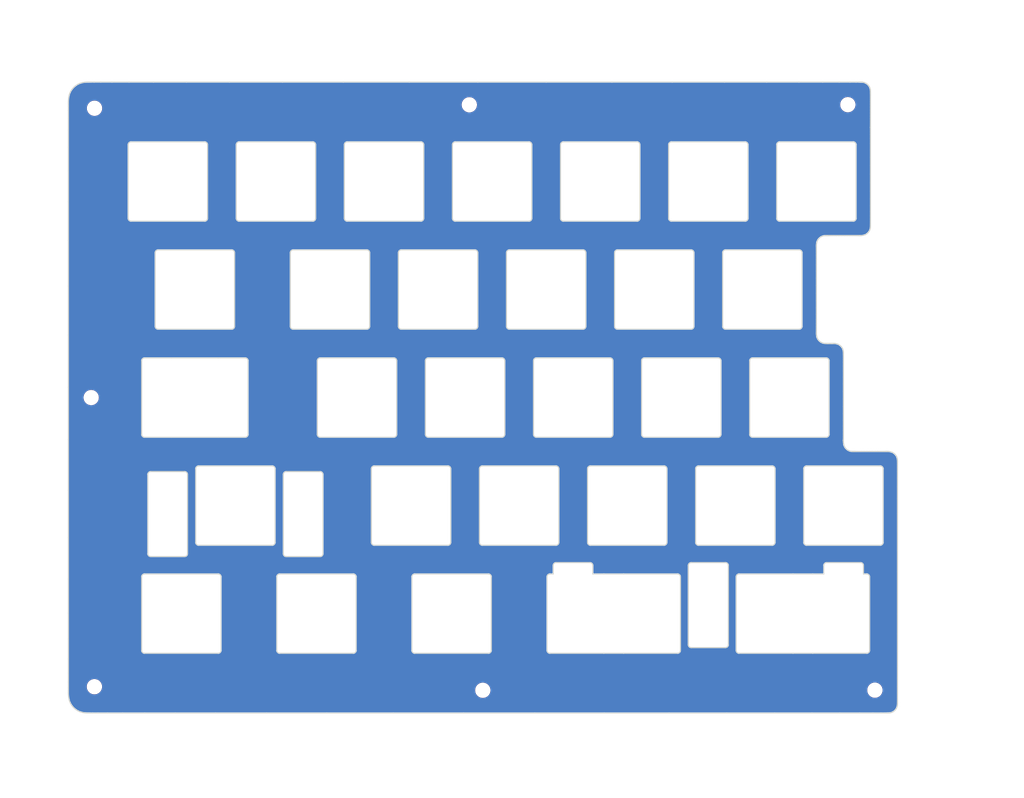
<source format=kicad_pcb>
(kicad_pcb (version 20221018) (generator pcbnew)
  (layers (0 "F.Cu" signal) (31 "B.Cu" signal) (34 "B.Paste" user) (35 "F.Paste" user) (36 "B.SilkS" user "B.Silkscreen") (37 "F.SilkS" user "F.Silkscreen") (38 "B.Mask" user) (39 "F.Mask" user) (44 "Edge.Cuts" user))
  (net 0 "")
  (footprint "Mounting_Holes:MountingHole_2.2mm_M2" (layer "F.Cu") (at 88.26 20.45)
    (fp_text reference "REF**" hide)
    (fp_text value "MountingHole_2.2mm_M2" hide)
    (pad "" np_thru_hole circle (at 0 0) (size 2.2 2.2) (drill 2.2) (layers "*.Cu" "*.Mask"))
  )
  (footprint "Mounting_Holes:MountingHole_2.2mm_M2" (layer "F.Cu") (at 22.21 21.06)
    (fp_text reference "REF**" hide)
    (fp_text value "MountingHole_2.2mm_M2" hide)
    (pad "" np_thru_hole circle (at 0 0) (size 2.2 2.2) (drill 2.2) (layers "*.Cu" "*.Mask"))
  )
  (footprint "Mounting_Holes:MountingHole_2.2mm_M2" (layer "F.Cu") (at 154.97 20.43)
    (fp_text reference "REF**" hide)
    (fp_text value "MountingHole_2.2mm_M2" hide)
    (pad "" np_thru_hole circle (at 0 0) (size 2.2 2.2) (drill 2.2) (layers "*.Cu" "*.Mask"))
  )
  (footprint "Mounting_Holes:MountingHole_2.2mm_M2" (layer "F.Cu") (at 159.74 123.68)
    (fp_text reference "REF**" hide)
    (fp_text value "MountingHole_2.2mm_M2" hide)
    (pad "" np_thru_hole circle (at 0 0) (size 2.2 2.2) (drill 2.2) (layers "*.Cu" "*.Mask"))
  )
  (footprint "Mounting_Holes:MountingHole_2.2mm_M2" (layer "F.Cu") (at 90.64 123.7)
    (fp_text reference "REF**" hide)
    (fp_text value "MountingHole_2.2mm_M2" hide)
    (pad "" np_thru_hole circle (at 0 0) (size 2.2 2.2) (drill 2.2) (layers "*.Cu" "*.Mask"))
  )
  (footprint "Mounting_Holes:MountingHole_2.2mm_M2" (layer "F.Cu") (at 22.19 123.07)
    (fp_text reference "REF**" hide)
    (fp_text value "MountingHole_2.2mm_M2" hide)
    (pad "" np_thru_hole circle (at 0 0) (size 2.2 2.2) (drill 2.2) (layers "*.Cu" "*.Mask"))
  )
  (footprint "Mounting_Holes:MountingHole_2.2mm_M2" (layer "F.Cu") (at 21.62 72.08)
    (fp_text reference "REF**" hide)
    (fp_text value "MountingHole_2.2mm_M2" hide)
    (pad "" np_thru_hole circle (at 0 0) (size 2.2 2.2) (drill 2.2) (layers "*.Cu" "*.Mask"))
  )
  (gr_curve (pts (xy 94.519875 78.577853) (xy 94.519875 78.853995) (xy 94.296018 79.077853) (xy 94.019875 79.077853)) (stroke (width 0.2)) (layer "Edge.Cuts"))
  (gr_curve (pts (xy 100.069875 79.077853) (xy 99.793733 79.077853) (xy 99.569875 78.853995) (xy 99.569875 78.577853)) (stroke (width 0.2)) (layer "Edge.Cuts"))
  (gr_curve (pts (xy 89.757375 46.527852) (xy 89.757375 46.527852) (xy 89.757375 59.527852) (xy 89.757375 59.527852)) (stroke (width 0.2)) (layer "Edge.Cuts"))
  (gr_line (start 28.296913 16.449993) (end 25.279203 16.449993) (stroke (width 0.2)) (layer "Edge.Cuts"))
  (gr_line (start 157.285326 43.498479) (end 157.38184 43.494317) (stroke (width 0.2)) (layer "Edge.Cuts"))
  (gr_line (start 18.316168 126.499847) (end 18.496851 126.704981) (stroke (width 0.2)) (layer "Edge.Cuts"))
  (gr_line (start 150.635266 43.558258) (end 150.754525 43.534077) (stroke (width 0.2)) (layer "Edge.Cuts"))
  (gr_line (start 17.62556 124.642143) (end 17.647424 124.861246) (stroke (width 0.2)) (layer "Edge.Cuts"))
  (gr_curve (pts (xy 90.044875 84.627853) (xy 90.044875 84.35171) (xy 90.268733 84.127853) (xy 90.544875 84.127853)) (stroke (width 0.2)) (layer "Edge.Cuts"))
  (gr_line (start 163.468543 126.95753) (end 163.535545 126.841996) (stroke (width 0.2)) (layer "Edge.Cuts"))
  (gr_curve (pts (xy 35.776136 65.077849) (xy 35.776136 65.077849) (xy 31.013636 65.077849) (xy 31.013636 65.077849)) (stroke (width 0.2)) (layer "Edge.Cuts"))
  (gr_line (start 17.803744 125.57513) (end 17.896312 125.816956) (stroke (width 0.2)) (layer "Edge.Cuts"))
  (gr_curve (pts (xy 157.726615 103.177856) (xy 157.726615 103.177856) (xy 158.313616 103.177856) (xy 158.313616 103.177856)) (stroke (width 0.2)) (layer "Edge.Cuts"))
  (gr_line (start 154.194993 68.459445) (end 154.194993 67.395347) (stroke (width 0.2)) (layer "Edge.Cuts"))
  (gr_curve (pts (xy 32.100626 85.127853) (xy 32.100626 85.127853) (xy 38.100626 85.127853) (xy 38.100626 85.127853)) (stroke (width 0.2)) (layer "Edge.Cuts"))
  (gr_line (start 17.607766 61.102773) (end 17.607766 70.266141) (stroke (width 0.2)) (layer "Edge.Cuts"))
  (gr_line (start 43.54877 127.699986) (end 52.54201 127.699986) (stroke (width 0.2)) (layer "Edge.Cuts"))
  (gr_curve (pts (xy 80.519875 78.577853) (xy 80.519875 78.577853) (xy 80.519875 65.577852) (xy 80.519875 65.577852)) (stroke (width 0.2)) (layer "Edge.Cuts"))
  (gr_line (start 158.957751 37.050734) (end 158.957751 35.678481) (stroke (width 0.2)) (layer "Edge.Cuts"))
  (gr_line (start 158.846566 17.474473) (end 158.796492 17.354186) (stroke (width 0.2)) (layer "Edge.Cuts"))
  (gr_curve (pts (xy 61.469876 78.577853) (xy 61.469876 78.577853) (xy 61.469876 65.577852) (xy 61.469876 65.577852)) (stroke (width 0.2)) (layer "Edge.Cuts"))
  (gr_curve (pts (xy 30.513626 103.677853) (xy 30.513626 103.40171) (xy 30.737484 103.177853) (xy 31.013626 103.177853)) (stroke (width 0.2)) (layer "Edge.Cuts"))
  (gr_line (start 157.719277 43.44983) (end 157.840224 43.419225) (stroke (width 0.2)) (layer "Edge.Cuts"))
  (gr_line (start 149.439199 45.059918) (end 149.448485 44.952643) (stroke (width 0.2)) (layer "Edge.Cuts"))
  (gr_line (start 158.957751 24.631867) (end 158.957751 24.512631) (stroke (width 0.2)) (layer "Edge.Cuts"))
  (gr_line (start 154.194993 64.479514) (end 154.194993 64.41102) (stroke (width 0.2)) (layer "Edge.Cuts"))
  (gr_line (start 157.681936 16.492499) (end 157.565039 16.473274) (stroke (width 0.2)) (layer "Edge.Cuts"))
  (gr_curve (pts (xy 135.288622 116.67785) (xy 135.288622 116.67785) (xy 135.288622 103.677869) (xy 135.288622 103.677869)) (stroke (width 0.2)) (layer "Edge.Cuts"))
  (gr_line (start 21.878035 127.699986) (end 22.815222 127.699986) (stroke (width 0.2)) (layer "Edge.Cuts"))
  (gr_line (start 157.015342 43.5) (end 157.071368 43.5) (stroke (width 0.2)) (layer "Edge.Cuts"))
  (gr_curve (pts (xy 70.707375 46.527852) (xy 70.707375 46.527852) (xy 70.707375 59.527852) (xy 70.707375 59.527852)) (stroke (width 0.2)) (layer "Edge.Cuts"))
  (gr_line (start 162.076337 81.602452) (end 161.987646 81.600364) (stroke (width 0.2)) (layer "Edge.Cuts"))
  (gr_line (start 158.790976 81.6) (end 158.302694 81.6) (stroke (width 0.2)) (layer "Edge.Cuts"))
  (gr_curve (pts (xy 147.194875 97.627853) (xy 147.194875 97.627853) (xy 147.194875 84.627853) (xy 147.194875 84.627853)) (stroke (width 0.2)) (layer "Edge.Cuts"))
  (gr_line (start 158.957751 38.259261) (end 158.957751 37.050734) (stroke (width 0.2)) (layer "Edge.Cuts"))
  (gr_line (start 154.194993 65.850963) (end 154.194993 65.347293) (stroke (width 0.2)) (layer "Edge.Cuts"))
  (gr_line (start 149.432514 60.592449) (end 149.432514 60.475794) (stroke (width 0.2)) (layer "Edge.Cuts"))
  (gr_line (start 163.104722 81.942224) (end 162.994941 81.862699) (stroke (width 0.2)) (layer "Edge.Cuts"))
  (gr_curve (pts (xy 31.013626 103.177853) (xy 31.013626 103.177853) (xy 44.013626 103.177853) (xy 44.013626 103.177853)) (stroke (width 0.2)) (layer "Edge.Cuts"))
  (gr_line (start 157.350555 16.453985) (end 157.257465 16.450856) (stroke (width 0.2)) (layer "Edge.Cuts"))
  (gr_curve (pts (xy 60.682376 26.977852) (xy 60.958519 26.977852) (xy 61.182376 27.20171) (xy 61.182376 27.477852)) (stroke (width 0.2)) (layer "Edge.Cuts"))
  (gr_line (start 162.761354 81.737035) (end 162.64023 81.692409) (stroke (width 0.2)) (layer "Edge.Cuts"))
  (gr_line (start 163.719756 99.09353) (end 163.719756 95.608377) (stroke (width 0.2)) (layer "Edge.Cuts"))
  (gr_line (start 158.957751 20.853368) (end 158.957751 20.342769) (stroke (width 0.2)) (layer "Edge.Cuts"))
  (gr_curve (pts (xy 151.669875 78.577853) (xy 151.669875 78.853995) (xy 151.446018 79.077853) (xy 151.169875 79.077853)) (stroke (width 0.2)) (layer "Edge.Cuts"))
  (gr_curve (pts (xy 113.569875 65.577852) (xy 113.569875 65.577852) (xy 113.569875 78.577853) (xy 113.569875 78.577853)) (stroke (width 0.2)) (layer "Edge.Cuts"))
  (gr_line (start 161.911171 127.699985) (end 161.98636 127.699637) (stroke (width 0.2)) (layer "Edge.Cuts"))
  (gr_line (start 156.417748 16.449993) (end 155.338183 16.449993) (stroke (width 0.2)) (layer "Edge.Cuts"))
  (gr_curve (pts (xy 85.782375 40.977852) (xy 85.506233 40.977852) (xy 85.282375 40.753995) (xy 85.282375 40.477852)) (stroke (width 0.2)) (layer "Edge.Cuts"))
  (gr_curve (pts (xy 38.600626 99.627853) (xy 38.600626 99.903995) (xy 38.376769 100.127853) (xy 38.100626 100.127853)) (stroke (width 0.2)) (layer "Edge.Cuts"))
  (gr_line (start 151.701921 62.55) (end 151.639733 62.55) (stroke (width 0.2)) (layer "Edge.Cuts"))
  (gr_curve (pts (xy 53.538626 84.127853) (xy 53.814769 84.127853) (xy 54.038626 84.35171) (xy 54.038626 84.627853)) (stroke (width 0.2)) (layer "Edge.Cuts"))
  (gr_line (start 154.194993 66.524634) (end 154.194993 65.850963) (stroke (width 0.2)) (layer "Edge.Cuts"))
  (gr_line (start 150.272177 62.356089) (end 150.157329 62.287302) (stroke (width 0.2)) (layer "Edge.Cuts"))
  (gr_line (start 163.208261 82.031315) (end 163.104722 81.942224) (stroke (width 0.2)) (layer "Edge.Cuts"))
  (gr_line (start 158.920451 42.196396) (end 158.937922 42.080631) (stroke (width 0.2)) (layer "Edge.Cuts"))
  (gr_line (start 149.46356 61.209688) (end 149.448297 61.095622) (stroke (width 0.2)) (layer "Edge.Cuts"))
  (gr_curve (pts (xy 61.182376 27.477852) (xy 61.182376 27.477852) (xy 61.182376 40.477852) (xy 61.182376 40.477852)) (stroke (width 0.2)) (layer "Edge.Cuts"))
  (gr_curve (pts (xy 78.138625 103.677853) (xy 78.138625 103.40171) (xy 78.362483 103.177853) (xy 78.638625 103.177853)) (stroke (width 0.2)) (layer "Edge.Cuts"))
  (gr_line (start 158.859762 42.437573) (end 158.894909 42.316126) (stroke (width 0.2)) (layer "Edge.Cuts"))
  (gr_line (start 149.448297 61.095622) (end 149.439094 60.988474) (stroke (width 0.2)) (layer "Edge.Cuts"))
  (gr_line (start 17.607766 96.756482) (end 17.607766 104.074983) (stroke (width 0.2)) (layer "Edge.Cuts"))
  (gr_curve (pts (xy 145.313635 117.177863) (xy 145.313635 117.177863) (xy 135.788635 117.177863) (xy 135.788635 117.177863)) (stroke (width 0.2)) (layer "Edge.Cuts"))
  (gr_line (start 17.682366 125.092777) (end 17.73345 125.332238) (stroke (width 0.2)) (layer "Edge.Cuts"))
  (gr_line (start 21.021893 16.451462) (end 20.837495 16.457252) (stroke (width 0.2)) (layer "Edge.Cuts"))
  (gr_line (start 151.300534 62.55) (end 151.240038 62.55) (stroke (width 0.2)) (layer "Edge.Cuts"))
  (gr_curve (pts (xy 142.432375 27.477852) (xy 142.432375 27.20171) (xy 142.656233 26.977852) (xy 142.932375 26.977852)) (stroke (width 0.2)) (layer "Edge.Cuts"))
  (gr_curve (pts (xy 114.357375 60.027852) (xy 114.081233 60.027852) (xy 113.857375 59.803995) (xy 113.857375 59.527852)) (stroke (width 0.2)) (layer "Edge.Cuts"))
  (gr_line (start 163.590476 126.722764) (end 163.633294 126.601458) (stroke (width 0.2)) (layer "Edge.Cuts"))
  (gr_line (start 163.535545 126.841996) (end 163.590476 126.722764) (stroke (width 0.2)) (layer "Edge.Cuts"))
  (gr_line (start 154.204018 80.072731) (end 154.198026 79.971493) (stroke (width 0.2)) (layer "Edge.Cuts"))
  (gr_line (start 149.432514 46.438099) (end 149.432514 46.035262) (stroke (width 0.2)) (layer "Edge.Cuts"))
  (gr_curve (pts (xy 99.569875 65.577852) (xy 99.569875 65.30171) (xy 99.793733 65.077852) (xy 100.069875 65.077852)) (stroke (width 0.2)) (layer "Edge.Cuts"))
  (gr_curve (pts (xy 115.451116 117.177863) (xy 115.451116 117.177863) (xy 111.976135 117.177863) (xy 111.976135 117.177863)) (stroke (width 0.2)) (layer "Edge.Cuts"))
  (gr_line (start 21.318267 16.449993) (end 21.181074 16.450032) (stroke (width 0.2)) (layer "Edge.Cuts"))
  (gr_line (start 152.206966 43.5) (end 152.53964 43.5) (stroke (width 0.2)) (layer "Edge.Cuts"))
  (gr_curve (pts (xy 102.451135 103.177856) (xy 102.451135 103.177856) (xy 103.038136 103.177856) (xy 103.038136 103.177856)) (stroke (width 0.2)) (layer "Edge.Cuts"))
  (gr_line (start 149.432514 45.456125) (end 149.432514 45.380688) (stroke (width 0.2)) (layer "Edge.Cuts"))
  (gr_line (start 149.682593 61.805774) (end 149.615771 61.690173) (stroke (width 0.2)) (layer "Edge.Cuts"))
  (gr_line (start 151.07741 43.502398) (end 151.16591 43.500349) (stroke (width 0.2)) (layer "Edge.Cuts"))
  (gr_curve (pts (xy 104.332375 40.477852) (xy 104.332375 40.477852) (xy 104.332375 27.477852) (xy 104.332375 27.477852)) (stroke (width 0.2)) (layer "Edge.Cuts"))
  (gr_line (start 151.836718 62.55) (end 151.768453 62.55) (stroke (width 0.2)) (layer "Edge.Cuts"))
  (gr_curve (pts (xy 84.994875 97.627853) (xy 84.994875 97.903995) (xy 84.771018 98.127853) (xy 84.494875 98.127853)) (stroke (width 0.2)) (layer "Edge.Cuts"))
  (gr_curve (pts (xy 147.694875 98.127853) (xy 147.418733 98.127853) (xy 147.194875 97.903995) (xy 147.194875 97.627853)) (stroke (width 0.2)) (layer "Edge.Cuts"))
  (gr_line (start 154.198026 79.971493) (end 154.19553 79.88093) (stroke (width 0.2)) (layer "Edge.Cuts"))
  (gr_curve (pts (xy 137.669875 65.577852) (xy 137.669875 65.30171) (xy 137.893733 65.077852) (xy 138.169875 65.077852)) (stroke (width 0.2)) (layer "Edge.Cuts"))
  (gr_line (start 154.956991 81.361114) (end 154.845418 81.284982) (stroke (width 0.2)) (layer "Edge.Cuts"))
  (gr_line (start 154.09637 63.610529) (end 154.049899 63.489642) (stroke (width 0.2)) (layer "Edge.Cuts"))
  (gr_curve (pts (xy 127.357375 60.027852) (xy 127.357375 60.027852) (xy 114.357375 60.027852) (xy 114.357375 60.027852)) (stroke (width 0.2)) (layer "Edge.Cuts"))
  (gr_line (start 162.64023 81.692409) (end 162.518889 81.658706) (stroke (width 0.2)) (layer "Edge.Cuts"))
  (gr_line (start 162.397745 127.665909) (end 162.517004 127.641729) (stroke (width 0.2)) (layer "Edge.Cuts"))
  (gr_curve (pts (xy 117.832375 40.977852) (xy 117.832375 40.977852) (xy 104.832375 40.977852) (xy 104.832375 40.977852)) (stroke (width 0.2)) (layer "Edge.Cuts"))
  (gr_curve (pts (xy 74.969875 65.077852) (xy 75.246018 65.077852) (xy 75.469875 65.30171) (xy 75.469875 65.577852)) (stroke (width 0.2)) (layer "Edge.Cuts"))
  (gr_curve (pts (xy 99.282375 27.477852) (xy 99.282375 27.477852) (xy 99.282375 40.477852) (xy 99.282375 40.477852)) (stroke (width 0.2)) (layer "Edge.Cuts"))
  (gr_line (start 154.469439 80.892703) (end 154.398897 80.778569) (stroke (width 0.2)) (layer "Edge.Cuts"))
  (gr_line (start 74.870942 127.699986) (end 87.247814 127.699986) (stroke (width 0.2)) (layer "Edge.Cuts"))
  (gr_line (start 17.607766 104.074983) (end 17.607766 110.070228) (stroke (width 0.2)) (layer "Edge.Cuts"))
  (gr_curve (pts (xy 75.757375 59.527852) (xy 75.757375 59.527852) (xy 75.757375 46.527852) (xy 75.757375 46.527852)) (stroke (width 0.2)) (layer "Edge.Cuts"))
  (gr_line (start 151.075933 62.547549) (end 150.976214 62.542204) (stroke (width 0.2)) (layer "Edge.Cuts"))
  (gr_curve (pts (xy 155.932375 26.977852) (xy 156.208518 26.977852) (xy 156.432375 27.20171) (xy 156.432375 27.477852)) (stroke (width 0.2)) (layer "Edge.Cuts"))
  (gr_line (start 163.536499 82.459828) (end 163.469677 82.344227) (stroke (width 0.2)) (layer "Edge.Cuts"))
  (gr_line (start 162.759475 127.563741) (end 162.878264 127.507057) (stroke (width 0.2)) (layer "Edge.Cuts"))
  (gr_line (start 158.957751 22.919841) (end 158.957751 22.440697) (stroke (width 0.2)) (layer "Edge.Cuts"))
  (gr_curve (pts (xy 67.826125 103.177853) (xy 68.102268 103.177853) (xy 68.326125 103.40171) (xy 68.326125 103.677853)) (stroke (width 0.2)) (layer "Edge.Cuts"))
  (gr_line (start 154.293615 80.539472) (end 154.258306 80.418017) (stroke (width 0.2)) (layer "Edge.Cuts"))
  (gr_line (start 150.867717 62.532068) (end 150.752689 62.51561) (stroke (width 0.2)) (layer "Edge.Cuts"))
  (gr_curve (pts (xy 118.619875 78.577853) (xy 118.619875 78.577853) (xy 118.619875 65.577852) (xy 118.619875 65.577852)) (stroke (width 0.2)) (layer "Edge.Cuts"))
  (gr_line (start 19.360579 127.350377) (end 19.599953 127.45634) (stroke (width 0.2)) (layer "Edge.Cuts"))
  (gr_curve (pts (xy 133.414124 116.177852) (xy 133.69027 116.177852) (xy 133.914115 115.954007) (xy 133.914115 115.677861)) (stroke (width 0.2)) (layer "Edge.Cuts"))
  (gr_curve (pts (xy 70.707375 59.527852) (xy 70.707375 59.803995) (xy 70.483518 60.027852) (xy 70.207375 60.027852)) (stroke (width 0.2)) (layer "Edge.Cuts"))
  (gr_line (start 158.957751 32.6763) (end 158.957751 31.163123) (stroke (width 0.2)) (layer "Edge.Cuts"))
  (gr_line (start 17.939162 18.239813) (end 17.837083 18.480011) (stroke (width 0.2)) (layer "Edge.Cuts"))
  (gr_line (start 157.565039 16.473274) (end 157.453829 16.460947) (stroke (width 0.2)) (layer "Edge.Cuts"))
  (gr_line (start 17.70023 18.964358) (end 17.659348 19.199522) (stroke (width 0.2)) (layer "Edge.Cuts"))
  (gr_curve (pts (xy 44.013626 117.177853) (xy 44.013626 117.177853) (xy 31.013626 117.177853) (xy 31.013626 117.177853)) (stroke (width 0.2)) (layer "Edge.Cuts"))
  (gr_curve (pts (xy 70.207375 60.027852) (xy 70.207375 60.027852) (xy 57.207376 60.027852) (xy 57.207376 60.027852)) (stroke (width 0.2)) (layer "Edge.Cuts"))
  (gr_line (start 123.471469 127.699986) (end 133.644647 127.699986) (stroke (width 0.2)) (layer "Edge.Cuts"))
  (gr_line (start 161.734285 81.6) (end 161.656458 81.6) (stroke (width 0.2)) (layer "Edge.Cuts"))
  (gr_line (start 158.957751 23.945144) (end 158.957751 23.681706) (stroke (width 0.2)) (layer "Edge.Cuts"))
  (gr_line (start 149.945573 43.929855) (end 150.049218 43.840905) (stroke (width 0.2)) (layer "Edge.Cuts"))
  (gr_line (start 151.241099 43.500001) (end 151.302328 43.5) (stroke (width 0.2)) (layer "Edge.Cuts"))
  (gr_curve (pts (xy 150.726633 101.677862) (xy 150.726633 101.401716) (xy 150.950478 101.177849) (xy 151.226624 101.177849)) (stroke (width 0.2)) (layer "Edge.Cuts"))
  (gr_curve (pts (xy 78.638625 117.177853) (xy 78.362483 117.177853) (xy 78.138625 116.953995) (xy 78.138625 116.677853)) (stroke (width 0.2)) (layer "Edge.Cuts"))
  (gr_line (start 154.857348 43.5) (end 155.319855 43.5) (stroke (width 0.2)) (layer "Edge.Cuts"))
  (gr_curve (pts (xy 35.776136 79.077856) (xy 35.776136 79.077856) (xy 44.013639 79.077856) (xy 44.013639 79.077856)) (stroke (width 0.2)) (layer "Edge.Cuts"))
  (gr_line (start 158.957751 34.200877) (end 158.957751 32.6763) (stroke (width 0.2)) (layer "Edge.Cuts"))
  (gr_curve (pts (xy 94.807375 46.527852) (xy 94.807375 46.25171) (xy 95.031233 46.027852) (xy 95.307375 46.027852)) (stroke (width 0.2)) (layer "Edge.Cuts"))
  (gr_curve (pts (xy 126.850636 101.677855) (xy 126.850636 101.677855) (xy 126.850636 115.677861) (xy 126.850636 115.677861)) (stroke (width 0.2)) (layer "Edge.Cuts"))
  (gr_line (start 158.957751 29.719725) (end 158.957751 28.404479) (stroke (width 0.2)) (layer "Edge.Cuts"))
  (gr_curve (pts (xy 67.826125 117.177853) (xy 67.826125 117.177853) (xy 54.826126 117.177853) (xy 54.826126 117.177853)) (stroke (width 0.2)) (layer "Edge.Cuts"))
  (gr_line (start 149.432514 47.724391) (end 149.432514 46.991924) (stroke (width 0.2)) (layer "Edge.Cuts"))
  (gr_line (start 17.607766 44.397201) (end 17.607766 52.361957) (stroke (width 0.2)) (layer "Edge.Cuts"))
  (gr_curve (pts (xy 158.813629 103.677869) (xy 158.813629 103.677869) (xy 158.813629 116.67785) (xy 158.813629 116.67785)) (stroke (width 0.2)) (layer "Edge.Cuts"))
  (gr_curve (pts (xy 142.932375 40.977852) (xy 142.656233 40.977852) (xy 142.432375 40.753995) (xy 142.432375 40.477852)) (stroke (width 0.2)) (layer "Edge.Cuts"))
  (gr_line (start 154.194993 78.495649) (end 154.194993 77.888462) (stroke (width 0.2)) (layer "Edge.Cuts"))
  (gr_line (start 17.60791 19.988494) (end 17.607766 20.12658) (stroke (width 0.2)) (layer "Edge.Cuts"))
  (gr_line (start 45.982565 16.449993) (end 38.413716 16.449993) (stroke (width 0.2)) (layer "Edge.Cuts"))
  (gr_curve (pts (xy 128.644875 84.127853) (xy 128.644875 84.127853) (xy 141.644875 84.127853) (xy 141.644875 84.127853)) (stroke (width 0.2)) (layer "Edge.Cuts"))
  (gr_curve (pts (xy 38.100626 100.127853) (xy 38.100626 100.127853) (xy 32.100626 100.127853) (xy 32.100626 100.127853)) (stroke (width 0.2)) (layer "Edge.Cuts"))
  (gr_line (start 150.390916 62.412966) (end 150.272177 62.356089) (stroke (width 0.2)) (layer "Edge.Cuts"))
  (gr_curve (pts (xy 104.832375 26.977852) (xy 104.832375 26.977852) (xy 117.832375 26.977852) (xy 117.832375 26.977852)) (stroke (width 0.2)) (layer "Edge.Cuts"))
  (gr_line (start 158.957233 41.779612) (end 158.957746 41.702195) (stroke (width 0.2)) (layer "Edge.Cuts"))
  (gr_line (start 162.174424 127.692306) (end 162.282802 127.682257) (stroke (width 0.2)) (layer "Edge.Cuts"))
  (gr_line (start 161.208563 81.6) (end 160.949965 81.6) (stroke (width 0.2)) (layer "Edge.Cuts"))
  (gr_line (start 148.641636 127.699986) (end 153.55328 127.699986) (stroke (width 0.2)) (layer "Edge.Cuts"))
  (gr_curve (pts (xy 133.407375 60.027852) (xy 133.131233 60.027852) (xy 132.907375 59.803995) (xy 132.907375 59.527852)) (stroke (width 0.2)) (layer "Edge.Cuts"))
  (gr_line (start 157.840224 43.419225) (end 157.961657 43.378177) (stroke (width 0.2)) (layer "Edge.Cuts"))
  (gr_line (start 163.665855 82.82158) (end 163.633874 82.700429) (stroke (width 0.2)) (layer "Edge.Cuts"))
  (gr_line (start 133.242025 16.449993) (end 124.01989 16.449993) (stroke (width 0.2)) (layer "Edge.Cuts"))
  (gr_line (start 156.407125 81.6) (end 156.289412 81.6) (stroke (width 0.2)) (layer "Edge.Cuts"))
  (gr_curve (pts (xy 30.513626 116.677853) (xy 30.513626 116.677853) (xy 30.513626 103.677853) (xy 30.513626 103.677853)) (stroke (width 0.2)) (layer "Edge.Cuts"))
  (gr_line (start 158.957751 23.339763) (end 158.957751 22.919841) (stroke (width 0.2)) (layer "Edge.Cuts"))
  (gr_line (start 151.75 43.5) (end 151.947283 43.5) (stroke (width 0.2)) (layer "Edge.Cuts"))
  (gr_curve (pts (xy 81.019875 65.077852) (xy 81.019875 65.077852) (xy 94.019875 65.077852) (xy 94.019875 65.077852)) (stroke (width 0.2)) (layer "Edge.Cuts"))
  (gr_curve (pts (xy 61.182376 40.477852) (xy 61.182376 40.753995) (xy 60.958519 40.977852) (xy 60.682376 40.977852)) (stroke (width 0.2)) (layer "Edge.Cuts"))
  (gr_line (start 17.659348 19.199522) (end 17.63274 19.424016) (stroke (width 0.2)) (layer "Edge.Cuts"))
  (gr_line (start 156.203593 81.6) (end 156.138318 81.6) (stroke (width 0.2)) (layer "Edge.Cuts"))
  (gr_line (start 162.284553 81.617932) (end 162.176055 81.607797) (stroke (width 0.2)) (layer "Edge.Cuts"))
  (gr_line (start 163.719756 83.892509) (end 163.719756 83.623738) (stroke (width 0.2)) (layer "Edge.Cuts"))
  (gr_line (start 157.923793 16.557775) (end 157.80227 16.520155) (stroke (width 0.2)) (layer "Edge.Cuts"))
  (gr_curve (pts (xy 32.894876 46.527852) (xy 32.894876 46.25171) (xy 33.118734 46.027852) (xy 33.394876 46.027852)) (stroke (width 0.2)) (layer "Edge.Cuts"))
  (gr_curve (pts (xy 47.182376 40.477852) (xy 47.182376 40.477852) (xy 47.182376 27.477852) (xy 47.182376 27.477852)) (stroke (width 0.2)) (layer "Edge.Cuts"))
  (gr_line (start 157.601064 43.471525) (end 157.719277 43.44983) (stroke (width 0.2)) (layer "Edge.Cuts"))
  (gr_curve (pts (xy 71.494875 84.127853) (xy 71.494875 84.127853) (xy 84.494875 84.127853) (xy 84.494875 84.127853)) (stroke (width 0.2)) (layer "Edge.Cuts"))
  (gr_curve (pts (xy 109.538127 101.177849) (xy 109.814273 101.177849) (xy 110.038118 101.401716) (xy 110.038118 101.677862)) (stroke (width 0.2)) (layer "Edge.Cuts"))
  (gr_curve (pts (xy 70.207375 46.027852) (xy 70.483518 46.027852) (xy 70.707375 46.25171) (xy 70.707375 46.527852)) (stroke (width 0.2)) (layer "Edge.Cuts"))
  (gr_line (start 25.279203 16.449993) (end 23.307971 16.449993) (stroke (width 0.2)) (layer "Edge.Cuts"))
  (gr_curve (pts (xy 103.038136 103.177856) (xy 103.038136 103.177856) (xy 103.038136 101.677862) (xy 103.038136 101.677862)) (stroke (width 0.2)) (layer "Edge.Cuts"))
  (gr_curve (pts (xy 47.682376 26.977852) (xy 47.682376 26.977852) (xy 60.682376 26.977852) (xy 60.682376 26.977852)) (stroke (width 0.2)) (layer "Edge.Cuts"))
  (gr_line (start 163.719756 125.810834) (end 163.719756 125.679179) (stroke (width 0.2)) (layer "Edge.Cuts"))
  (gr_line (start 152.954644 62.599767) (end 152.836492 62.578199) (stroke (width 0.2)) (layer "Edge.Cuts"))
  (gr_line (start 158.95478 41.86999) (end 158.957233 41.779612) (stroke (width 0.2)) (layer "Edge.Cuts"))
  (gr_line (start 112.027793 127.699986) (end 123.471469 127.699986) (stroke (width 0.2)) (layer "Edge.Cuts"))
  (gr_line (start 149.432514 56.257218) (end 149.432514 55.011338) (stroke (width 0.2)) (layer "Edge.Cuts"))
  (gr_curve (pts (xy 127.357375 46.027852) (xy 127.633518 46.027852) (xy 127.857375 46.25171) (xy 127.857375 46.527852)) (stroke (width 0.2)) (layer "Edge.Cuts"))
  (gr_line (start 150.754525 43.534077) (end 150.869468 43.517729) (stroke (width 0.2)) (layer "Edge.Cuts"))
  (gr_curve (pts (xy 104.044875 84.627853) (xy 104.044875 84.627853) (xy 104.044875 97.627853) (xy 104.044875 97.627853)) (stroke (width 0.2)) (layer "Edge.Cuts"))
  (gr_line (start 158.957751 20.342769) (end 158.957751 19.875662) (stroke (width 0.2)) (layer "Edge.Cuts"))
  (gr_curve (pts (xy 135.788635 117.177863) (xy 135.512489 117.177863) (xy 135.288622 116.953996) (xy 135.288622 116.67785)) (stroke (width 0.2)) (layer "Edge.Cuts"))
  (gr_line (start 157.065111 81.6) (end 156.783626 81.6) (stroke (width 0.2)) (layer "Edge.Cuts"))
  (gr_line (start 154.194993 73.65381) (end 154.194993 72.317579) (stroke (width 0.2)) (layer "Edge.Cuts"))
  (gr_curve (pts (xy 146.407375 46.027852) (xy 146.683518 46.027852) (xy 146.907375 46.25171) (xy 146.907375 46.527852)) (stroke (width 0.2)) (layer "Edge.Cuts"))
  (gr_line (start 162.993182 127.438448) (end 163.103052 127.359081) (stroke (width 0.2)) (layer "Edge.Cuts"))
  (gr_line (start 156.024007 81.6) (end 155.953421 81.599871) (stroke (width 0.2)) (layer "Edge.Cuts"))
  (gr_line (start 162.399581 81.634391) (end 162.284553 81.617932) (stroke (width 0.2)) (layer "Edge.Cuts"))
  (gr_line (start 151.768453 62.55) (end 151.701921 62.55) (stroke (width 0.2)) (layer "Edge.Cuts"))
  (gr_line (start 163.719756 119.477586) (end 163.719756 116.862757) (stroke (width 0.2)) (layer "Edge.Cuts"))
  (gr_line (start 161.822814 127.699986) (end 161.911171 127.699985) (stroke (width 0.2)) (layer "Edge.Cuts"))
  (gr_curve (pts (xy 75.469875 78.577853) (xy 75.469875 78.853995) (xy 75.246018 79.077853) (xy 74.969875 79.077853)) (stroke (width 0.2)) (layer "Edge.Cuts"))
  (gr_line (start 17.607766 20.692054) (end 17.607766 21.471798) (stroke (width 0.2)) (layer "Edge.Cuts"))
  (gr_line (start 149.432514 45.380688) (end 149.432514 45.317963) (stroke (width 0.2)) (layer "Edge.Cuts"))
  (gr_line (start 158.913408 17.716502) (end 158.885029 17.595994) (stroke (width 0.2)) (layer "Edge.Cuts"))
  (gr_curve (pts (xy 110.038118 103.177856) (xy 110.038118 103.177856) (xy 111.976135 103.177856) (xy 111.976135 103.177856)) (stroke (width 0.2)) (layer "Edge.Cuts"))
  (gr_line (start 156.929129 16.449993) (end 156.417748 16.449993) (stroke (width 0.2)) (layer "Edge.Cuts"))
  (gr_line (start 154.194993 79.656559) (end 154.194993 79.631496) (stroke (width 0.2)) (layer "Edge.Cuts"))
  (gr_line (start 18.693984 126.894951) (end 18.905216 127.067407) (stroke (width 0.2)) (layer "Edge.Cuts"))
  (gr_line (start 161.795291 81.6) (end 161.734285 81.6) (stroke (width 0.2)) (layer "Edge.Cuts"))
  (gr_line (start 149.432514 51.018471) (end 149.432514 49.7742) (stroke (width 0.2)) (layer "Edge.Cuts"))
  (gr_line (start 153.991088 63.371432) (end 153.920547 63.257298) (stroke (width 0.2)) (layer "Edge.Cuts"))
  (gr_line (start 20.411033 16.494172) (end 20.177967 16.531433) (stroke (width 0.2)) (layer "Edge.Cuts"))
  (gr_curve (pts (xy 30.513623 65.577862) (xy 30.513623 65.577862) (xy 30.513623 78.577843) (xy 30.513623 78.577843)) (stroke (width 0.2)) (layer "Edge.Cuts"))
  (gr_curve (pts (xy 157.726615 101.677862) (xy 157.726615 101.677862) (xy 157.726615 103.177856) (xy 157.726615 103.177856)) (stroke (width 0.2)) (layer "Edge.Cuts"))
  (gr_line (start 161.987646 81.600364) (end 161.912232 81.600001) (stroke (width 0.2)) (layer "Edge.Cuts"))
  (gr_line (start 163.719756 89.85879) (end 163.719756 87.802671) (stroke (width 0.2)) (layer "Edge.Cuts"))
  (gr_line (start 55.331414 16.449993) (end 45.982565 16.449993) (stroke (width 0.2)) (layer "Edge.Cuts"))
  (gr_curve (pts (xy 111.976135 117.177863) (xy 111.976135 117.177863) (xy 102.451135 117.177863) (xy 102.451135 117.177863)) (stroke (width 0.2)) (layer "Edge.Cuts"))
  (gr_line (start 161.656458 81.6) (end 161.550461 81.6) (stroke (width 0.2)) (layer "Edge.Cuts"))
  (gr_line (start 22.14773 16.449993) (end 21.562991 16.449993) (stroke (width 0.2)) (layer "Edge.Cuts"))
  (gr_line (start 155.868839 81.598518) (end 155.772491 81.594411) (stroke (width 0.2)) (layer "Edge.Cuts"))
  (gr_line (start 153.839449 63.148415) (end 153.74897 63.045957) (stroke (width 0.2)) (layer "Edge.Cuts"))
  (gr_line (start 157.071368 43.5) (end 157.129724 43.5) (stroke (width 0.2)) (layer "Edge.Cuts"))
  (gr_line (start 21.442195 127.699986) (end 21.878035 127.699986) (stroke (width 0.2)) (layer "Edge.Cuts"))
  (gr_line (start 152.836492 62.578199) (end 152.72336 62.563985) (stroke (width 0.2)) (layer "Edge.Cuts"))
  (gr_line (start 155.073246 81.42612) (end 154.956991 81.361114) (stroke (width 0.2)) (layer "Edge.Cuts"))
  (gr_line (start 152.436564 62.55013) (end 152.365989 62.55) (stroke (width 0.2)) (layer "Edge.Cuts"))
  (gr_line (start 149.847887 62.021205) (end 149.760356 61.91651) (stroke (width 0.2)) (layer "Edge.Cuts"))
  (gr_line (start 17.607766 52.361957) (end 17.607766 61.102773) (stroke (width 0.2)) (layer "Edge.Cuts"))
  (gr_line (start 21.181074 16.450032) (end 21.021893 16.451462) (stroke (width 0.2)) (layer "Edge.Cuts"))
  (gr_line (start 158.957751 22.440697) (end 158.957751 21.922875) (stroke (width 0.2)) (layer "Edge.Cuts"))
  (gr_line (start 157.453829 16.460947) (end 157.350555 16.453985) (stroke (width 0.2)) (layer "Edge.Cuts"))
  (gr_line (start 17.837083 18.480011) (end 17.758453 18.723022) (stroke (width 0.2)) (layer "Edge.Cuts"))
  (gr_curve (pts (xy 128.144875 97.627853) (xy 128.144875 97.627853) (xy 128.144875 84.627853) (xy 128.144875 84.627853)) (stroke (width 0.2)) (layer "Edge.Cuts"))
  (gr_curve (pts (xy 54.326126 103.677853) (xy 54.326126 103.40171) (xy 54.549984 103.177853) (xy 54.826126 103.177853)) (stroke (width 0.2)) (layer "Edge.Cuts"))
  (gr_line (start 149.432514 46.991924) (end 149.432514 46.438099) (stroke (width 0.2)) (layer "Edge.Cuts"))
  (gr_line (start 149.615771 61.690173) (end 149.561035 61.570893) (stroke (width 0.2)) (layer "Edge.Cuts"))
  (gr_line (start 155.737877 43.5) (end 156.092521 43.5) (stroke (width 0.2)) (layer "Edge.Cuts"))
  (gr_line (start 151.419046 43.5) (end 151.49723 43.5) (stroke (width 0.2)) (layer "Edge.Cuts"))
  (gr_line (start 152.53964 43.5) (end 152.940814 43.5) (stroke (width 0.2)) (layer "Edge.Cuts"))
  (gr_line (start 17.607766 88.446503) (end 17.607766 96.756482) (stroke (width 0.2)) (layer "Edge.Cuts"))
  (gr_curve (pts (xy 150.726633 103.177856) (xy 150.726633 103.177856) (xy 150.726633 101.677862) (xy 150.726633 101.677862)) (stroke (width 0.2)) (layer "Edge.Cuts"))
  (gr_curve (pts (xy 146.907375 59.527852) (xy 146.907375 59.803995) (xy 146.683518 60.027852) (xy 146.407375 60.027852)) (stroke (width 0.2)) (layer "Edge.Cuts"))
  (gr_line (start 151.538723 62.55) (end 151.502176 62.55) (stroke (width 0.2)) (layer "Edge.Cuts"))
  (gr_curve (pts (xy 138.169875 79.077853) (xy 137.893733 79.077853) (xy 137.669875 78.853995) (xy 137.669875 78.577853)) (stroke (width 0.2)) (layer "Edge.Cuts"))
  (gr_curve (pts (xy 160.694875 98.127853) (xy 160.694875 98.127853) (xy 147.694875 98.127853) (xy 147.694875 98.127853)) (stroke (width 0.2)) (layer "Edge.Cuts"))
  (gr_line (start 162.07486 127.697588) (end 162.174424 127.692306) (stroke (width 0.2)) (layer "Edge.Cuts"))
  (gr_line (start 154.194987 64.346707) (end 154.194455 64.26907) (stroke (width 0.2)) (layer "Edge.Cuts"))
  (gr_line (start 158.957751 24.450198) (end 158.957751 24.449517) (stroke (width 0.2)) (layer "Edge.Cuts"))
  (gr_line (start 154.194993 77.888462) (end 154.194993 77.091667) (stroke (width 0.2)) (layer "Edge.Cuts"))
  (gr_curve (pts (xy 79.732375 26.977852) (xy 80.008518 26.977852) (xy 80.232375 27.20171) (xy 80.232375 27.477852)) (stroke (width 0.2)) (layer "Edge.Cuts"))
  (gr_curve (pts (xy 146.407375 60.027852) (xy 146.407375 60.027852) (xy 133.407375 60.027852) (xy 133.407375 60.027852)) (stroke (width 0.2)) (layer "Edge.Cuts"))
  (gr_curve (pts (xy 32.894876 59.527852) (xy 32.894876 59.527852) (xy 32.894876 46.527852) (xy 32.894876 46.527852)) (stroke (width 0.2)) (layer "Edge.Cuts"))
  (gr_line (start 151.639733 62.55) (end 151.5845 62.55) (stroke (width 0.2)) (layer "Edge.Cuts"))
  (gr_curve (pts (xy 137.669875 78.577853) (xy 137.669875 78.577853) (xy 137.669875 65.577852) (xy 137.669875 65.577852)) (stroke (width 0.2)) (layer "Edge.Cuts"))
  (gr_line (start 154.194993 78.938993) (end 154.194993 78.495649) (stroke (width 0.2)) (layer "Edge.Cuts"))
  (gr_curve (pts (xy 136.882375 40.977852) (xy 136.882375 40.977852) (xy 123.882375 40.977852) (xy 123.882375 40.977852)) (stroke (width 0.2)) (layer "Edge.Cuts"))
  (gr_line (start 158.513208 43.002498) (end 158.60355 42.899931) (stroke (width 0.2)) (layer "Edge.Cuts"))
  (gr_curve (pts (xy 157.226624 101.177849) (xy 157.50277 101.177849) (xy 157.726615 101.401716) (xy 157.726615 101.677862)) (stroke (width 0.2)) (layer "Edge.Cuts"))
  (gr_line (start 157.176809 16.450025) (end 157.105921 16.449993) (stroke (width 0.2)) (layer "Edge.Cuts"))
  (gr_curve (pts (xy 95.307375 60.027852) (xy 95.031233 60.027852) (xy 94.807375 59.803995) (xy 94.807375 59.527852)) (stroke (width 0.2)) (layer "Edge.Cuts"))
  (gr_line (start 18.01355 126.053485) (end 18.154285 126.281898) (stroke (width 0.2)) (layer "Edge.Cuts"))
  (gr_curve (pts (xy 133.914115 101.677855) (xy 133.914115 101.401709) (xy 133.69027 101.177864) (xy 133.414124 101.177864)) (stroke (width 0.2)) (layer "Edge.Cuts"))
  (gr_curve (pts (xy 79.732375 40.977852) (xy 79.732375 40.977852) (xy 66.732375 40.977852) (xy 66.732375 40.977852)) (stroke (width 0.2)) (layer "Edge.Cuts"))
  (gr_line (start 27.168201 127.699986) (end 31.071271 127.699986) (stroke (width 0.2)) (layer "Edge.Cuts"))
  (gr_line (start 158.957751 18.408344) (end 158.957751 18.349687) (stroke (width 0.2)) (layer "Edge.Cuts"))
  (gr_line (start 157.961657 43.378177) (end 158.081344 43.325196) (stroke (width 0.2)) (layer "Edge.Cuts"))
  (gr_line (start 155.314419 81.51978) (end 155.192976 81.478907) (stroke (width 0.2)) (layer "Edge.Cuts"))
  (gr_curve (pts (xy 155.932375 40.977852) (xy 155.932375 40.977852) (xy 142.932375 40.977852) (xy 142.932375 40.977852)) (stroke (width 0.2)) (layer "Edge.Cuts"))
  (gr_curve (pts (xy 127.414124 101.177864) (xy 127.414124 101.177864) (xy 127.350627 101.177864) (xy 127.350627 101.177864)) (stroke (width 0.2)) (layer "Edge.Cuts"))
  (gr_line (start 158.274761 16.741318) (end 158.161675 16.668367) (stroke (width 0.2)) (layer "Edge.Cuts"))
  (gr_line (start 158.957751 24.417917) (end 158.957751 24.366327) (stroke (width 0.2)) (layer "Edge.Cuts"))
  (gr_line (start 157.056681 127.699986) (end 159.393586 127.699986) (stroke (width 0.2)) (layer "Edge.Cuts"))
  (gr_line (start 158.957751 24.366327) (end 158.957751 24.277183) (stroke (width 0.2)) (layer "Edge.Cuts"))
  (gr_curve (pts (xy 61.469876 65.577852) (xy 61.469876 65.30171) (xy 61.693734 65.077852) (xy 61.969876 65.077852)) (stroke (width 0.2)) (layer "Edge.Cuts"))
  (gr_curve (pts (xy 80.519875 65.577852) (xy 80.519875 65.30171) (xy 80.743733 65.077852) (xy 81.019875 65.077852)) (stroke (width 0.2)) (layer "Edge.Cuts"))
  (gr_line (start 163.719756 84.370826) (end 163.719756 83.892509) (stroke (width 0.2)) (layer "Edge.Cuts"))
  (gr_line (start 153.55328 127.699986) (end 157.056681 127.699986) (stroke (width 0.2)) (layer "Edge.Cuts"))
  (gr_line (start 17.607766 120.603893) (end 17.607766 122.228181) (stroke (width 0.2)) (layer "Edge.Cuts"))
  (gr_curve (pts (xy 41.632376 26.977852) (xy 41.908519 26.977852) (xy 42.132376 27.20171) (xy 42.132376 27.477852)) (stroke (width 0.2)) (layer "Edge.Cuts"))
  (gr_line (start 157.257465 16.450856) (end 157.176809 16.450025) (stroke (width 0.2)) (layer "Edge.Cuts"))
  (gr_line (start 17.607766 114.705452) (end 17.607766 118.156495) (stroke (width 0.2)) (layer "Edge.Cuts"))
  (gr_line (start 149.486415 61.328421) (end 149.46356 61.209688) (stroke (width 0.2)) (layer "Edge.Cuts"))
  (gr_line (start 151.968007 62.55) (end 151.904107 62.55) (stroke (width 0.2)) (layer "Edge.Cuts"))
  (gr_line (start 149.432514 52.340436) (end 149.432514 51.018471) (stroke (width 0.2)) (layer "Edge.Cuts"))
  (gr_line (start 163.66543 126.480286) (end 163.688416 126.361498) (stroke (width 0.2)) (layer "Edge.Cuts"))
  (gr_line (start 150.633381 62.491295) (end 150.51204 62.457591) (stroke (width 0.2)) (layer "Edge.Cuts"))
  (gr_line (start 156.372913 43.5) (end 156.587537 43.5) (stroke (width 0.2)) (layer "Edge.Cuts"))
  (gr_line (start 149.432735 60.803921) (end 149.432514 60.731015) (stroke (width 0.2)) (layer "Edge.Cuts"))
  (gr_line (start 154.641015 81.104044) (end 154.550536 81.001586) (stroke (width 0.2)) (layer "Edge.Cuts"))
  (gr_curve (pts (xy 160.694875 84.127853) (xy 160.971018 84.127853) (xy 161.194875 84.35171) (xy 161.194875 84.627853)) (stroke (width 0.2)) (layer "Edge.Cuts"))
  (gr_line (start 157.420855 81.6) (end 157.065111 81.6) (stroke (width 0.2)) (layer "Edge.Cuts"))
  (gr_line (start 158.734076 17.237063) (end 158.660278 17.124365) (stroke (width 0.2)) (layer "Edge.Cuts"))
  (gr_line (start 154.194993 79.601392) (end 154.194993 79.600083) (stroke (width 0.2)) (layer "Edge.Cuts"))
  (gr_line (start 163.713176 83.161527) (end 163.703973 83.054378) (stroke (width 0.2)) (layer "Edge.Cuts"))
  (gr_curve (pts (xy 113.069875 79.077853) (xy 113.069875 79.077853) (xy 100.069875 79.077853) (xy 100.069875 79.077853)) (stroke (width 0.2)) (layer "Edge.Cuts"))
  (gr_curve (pts (xy 40.538626 84.127853) (xy 40.538626 84.127853) (xy 53.538626 84.127853) (xy 53.538626 84.127853)) (stroke (width 0.2)) (layer "Edge.Cuts"))
  (gr_line (start 18.905216 127.067407) (end 19.128197 127.219999) (stroke (width 0.2)) (layer "Edge.Cuts"))
  (gr_line (start 149.683727 44.242456) (end 149.761652 44.131806) (stroke (width 0.2)) (layer "Edge.Cuts"))
  (gr_line (start 32.596588 16.449993) (end 28.296913 16.449993) (stroke (width 0.2)) (layer "Edge.Cuts"))
  (gr_curve (pts (xy 44.013639 79.077856) (xy 44.013639 79.077856) (xy 48.776139 79.077856) (xy 48.776139 79.077856)) (stroke (width 0.2)) (layer "Edge.Cuts"))
  (gr_line (start 156.289412 81.6) (end 156.203593 81.6) (stroke (width 0.2)) (layer "Edge.Cuts"))
  (gr_curve (pts (xy 28.132376 27.477852) (xy 28.132376 27.20171) (xy 28.356234 26.977852) (xy 28.632376 26.977852)) (stroke (width 0.2)) (layer "Edge.Cuts"))
  (gr_curve (pts (xy 99.569875 78.577853) (xy 99.569875 78.577853) (xy 99.569875 65.577852) (xy 99.569875 65.577852)) (stroke (width 0.2)) (layer "Edge.Cuts"))
  (gr_line (start 159.285613 81.6) (end 158.790976 81.6) (stroke (width 0.2)) (layer "Edge.Cuts"))
  (gr_curve (pts (xy 40.038626 84.627853) (xy 40.038626 84.35171) (xy 40.262484 84.127853) (xy 40.538626 84.127853)) (stroke (width 0.2)) (layer "Edge.Cuts"))
  (gr_curve (pts (xy 90.544875 98.127853) (xy 90.268733 98.127853) (xy 90.044875 97.903995) (xy 90.044875 97.627853)) (stroke (width 0.2)) (layer "Edge.Cuts"))
  (gr_line (start 151.416752 62.55) (end 151.385696 62.55) (stroke (width 0.2)) (layer "Edge.Cuts"))
  (gr_curve (pts (xy 33.394876 60.027852) (xy 33.118734 60.027852) (xy 32.894876 59.803995) (xy 32.894876 59.527852)) (stroke (width 0.2)) (layer "Edge.Cuts"))
  (gr_line (start 17.607766 24.927978) (end 17.607766 27.965485) (stroke (width 0.2)) (layer "Edge.Cuts"))
  (gr_line (start 149.448485 44.952643) (end 149.463854 44.838488) (stroke (width 0.2)) (layer "Edge.Cuts"))
  (gr_line (start 158.044256 16.60689) (end 157.923793 16.557775) (stroke (width 0.2)) (layer "Edge.Cuts"))
  (gr_line (start 157.487836 43.485843) (end 157.601064 43.471525) (stroke (width 0.2)) (layer "Edge.Cuts"))
  (gr_curve (pts (xy 132.907375 46.527852) (xy 132.907375 46.25171) (xy 133.131233 46.027852) (xy 133.407375 46.027852)) (stroke (width 0.2)) (layer "Edge.Cuts"))
  (gr_line (start 155.192976 81.478907) (end 155.073246 81.42612) (stroke (width 0.2)) (layer "Edge.Cuts"))
  (gr_line (start 154.19196 64.178508) (end 154.185967 64.077269) (stroke (width 0.2)) (layer "Edge.Cuts"))
  (gr_line (start 158.957751 18.292516) (end 158.957702 18.225134) (stroke (width 0.2)) (layer "Edge.Cuts"))
  (gr_line (start 162.517004 127.641729) (end 162.63833 127.608184) (stroke (width 0.2)) (layer "Edge.Cuts"))
  (gr_line (start 158.957751 19.875662) (end 158.957751 19.472591) (stroke (width 0.2)) (layer "Edge.Cuts"))
  (gr_line (start 158.957751 24.140212) (end 158.957751 23.945144) (stroke (width 0.2)) (layer "Edge.Cuts"))
  (gr_curve (pts (xy 141.644875 84.127853) (xy 141.921018 84.127853) (xy 142.144875 84.35171) (xy 142.144875 84.627853)) (stroke (width 0.2)) (layer "Edge.Cuts"))
  (gr_line (start 155.435341 81.550233) (end 155.314419 81.51978) (stroke (width 0.2)) (layer "Edge.Cuts"))
  (gr_line (start 163.703785 126.247343) (end 163.713071 126.140069) (stroke (width 0.2)) (layer "Edge.Cuts"))
  (gr_line (start 153.544568 62.865018) (end 153.432994 62.788887) (stroke (width 0.2)) (layer "Edge.Cuts"))
  (gr_line (start 163.719756 125.413095) (end 163.719756 124.938621) (stroke (width 0.2)) (layer "Edge.Cuts"))
  (gr_line (start 17.63274 19.424016) (end 17.617342 19.633341) (stroke (width 0.2)) (layer "Edge.Cuts"))
  (gr_line (start 152.72336 62.563985) (end 152.617495 62.55559) (stroke (width 0.2)) (layer "Edge.Cuts"))
  (gr_curve (pts (xy 108.307375 46.027852) (xy 108.583518 46.027852) (xy 108.807375 46.25171) (xy 108.807375 46.527852)) (stroke (width 0.2)) (layer "Edge.Cuts"))
  (gr_curve (pts (xy 103.038136 101.677862) (xy 103.038136 101.401716) (xy 103.261981 101.177849) (xy 103.538127 101.177849)) (stroke (width 0.2)) (layer "Edge.Cuts"))
  (gr_line (start 163.591235 82.579107) (end 163.536499 82.459828) (stroke (width 0.2)) (layer "Edge.Cuts"))
  (gr_curve (pts (xy 142.144875 97.627853) (xy 142.144875 97.903995) (xy 141.921018 98.127853) (xy 141.644875 98.127853)) (stroke (width 0.2)) (layer "Edge.Cuts"))
  (gr_curve (pts (xy 138.169875 65.077852) (xy 138.169875 65.077852) (xy 151.169875 65.077852) (xy 151.169875 65.077852)) (stroke (width 0.2)) (layer "Edge.Cuts"))
  (gr_line (start 154.185967 64.077269) (end 154.174945 63.967603) (stroke (width 0.2)) (layer "Edge.Cuts"))
  (gr_line (start 149.432514 55.011338) (end 149.432514 53.688568) (stroke (width 0.2)) (layer "Edge.Cuts"))
  (gr_line (start 154.232626 80.298242) (end 154.215041 80.182397) (stroke (width 0.2)) (layer "Edge.Cuts"))
  (gr_curve (pts (xy 31.013636 79.077856) (xy 31.013636 79.077856) (xy 35.776136 79.077856) (xy 35.776136 79.077856)) (stroke (width 0.2)) (layer "Edge.Cuts"))
  (gr_line (start 156.082239 81.6) (end 156.024007 81.6) (stroke (width 0.2)) (layer "Edge.Cuts"))
  (gr_curve (pts (xy 56.707376 59.527852) (xy 56.707376 59.527852) (xy 56.707376 46.527852) (xy 56.707376 46.527852)) (stroke (width 0.2)) (layer "Edge.Cuts"))
  (gr_curve (pts (xy 31.600626 85.627853) (xy 31.600626 85.35171) (xy 31.824484 85.127853) (xy 32.100626 85.127853)) (stroke (width 0.2)) (layer "Edge.Cuts"))
  (gr_line (start 158.957751 24.512631) (end 158.957751 24.461804) (stroke (width 0.2)) (layer "Edge.Cuts"))
  (gr_line (start 149.434464 45.158061) (end 149.439199 45.059918) (stroke (width 0.2)) (layer "Edge.Cuts"))
  (gr_curve (pts (xy 62.476626 85.627853) (xy 62.476626 85.627853) (xy 62.476626 99.627853) (xy 62.476626 99.627853)) (stroke (width 0.2)) (layer "Edge.Cuts"))
  (gr_line (start 156.864878 43.5) (end 156.950295 43.5) (stroke (width 0.2)) (layer "Edge.Cuts"))
  (gr_line (start 151.603765 43.5) (end 151.75 43.5) (stroke (width 0.2)) (layer "Edge.Cuts"))
  (gr_curve (pts (xy 32.100626 100.127853) (xy 31.824484 100.127853) (xy 31.600626 99.903995) (xy 31.600626 99.627853)) (stroke (width 0.2)) (layer "Edge.Cuts"))
  (gr_curve (pts (xy 49.27613 78.577843) (xy 49.27613 78.577843) (xy 49.27613 65.577862) (xy 49.27613 65.577862)) (stroke (width 0.2)) (layer "Edge.Cuts"))
  (gr_line (start 18.774948 17.185449) (end 18.572028 17.368857) (stroke (width 0.2)) (layer "Edge.Cuts"))
  (gr_line (start 163.688416 126.361498) (end 163.703785 126.247343) (stroke (width 0.2)) (layer "Edge.Cuts"))
  (gr_line (start 162.176055 81.607797) (end 162.076337 81.602452) (stroke (width 0.2)) (layer "Edge.Cuts"))
  (gr_curve (pts (xy 60.682376 40.977852) (xy 60.682376 40.977852) (xy 47.682376 40.977852) (xy 47.682376 40.977852)) (stroke (width 0.2)) (layer "Edge.Cuts"))
  (gr_curve (pts (xy 46.394876 60.027852) (xy 46.394876 60.027852) (xy 33.394876 60.027852) (xy 33.394876 60.027852)) (stroke (width 0.2)) (layer "Edge.Cuts"))
  (gr_line (start 150.392795 43.636246) (end 150.51394 43.591803) (stroke (width 0.2)) (layer "Edge.Cuts"))
  (gr_line (start 163.719756 85.132651) (end 163.719756 84.370826) (stroke (width 0.2)) (layer "Edge.Cuts"))
  (gr_line (start 158.957751 41.456636) (end 158.957751 41.277838) (stroke (width 0.2)) (layer "Edge.Cuts"))
  (gr_line (start 156.783626 81.6) (end 156.56808 81.6) (stroke (width 0.2)) (layer "Edge.Cuts"))
  (gr_line (start 19.128197 127.219999) (end 19.360579 127.350377) (stroke (width 0.2)) (layer "Edge.Cuts"))
  (gr_line (start 17.607766 27.965485) (end 17.607766 32.11665) (stroke (width 0.2)) (layer "Edge.Cuts"))
  (gr_curve (pts (xy 161.194875 84.627853) (xy 161.194875 84.627853) (xy 161.194875 97.627853) (xy 161.194875 97.627853)) (stroke (width 0.2)) (layer "Edge.Cuts"))
  (gr_curve (pts (xy 114.357375 46.027852) (xy 114.357375 46.027852) (xy 127.357375 46.027852) (xy 127.357375 46.027852)) (stroke (width 0.2)) (layer "Edge.Cuts"))
  (gr_line (start 20.952616 127.696943) (end 21.122183 127.699712) (stroke (width 0.2)) (layer "Edge.Cuts"))
  (gr_line (start 17.607766 123.729573) (end 17.607766 123.967746) (stroke (width 0.2)) (layer "Edge.Cuts"))
  (gr_line (start 150.752689 62.51561) (end 150.633381 62.491295) (stroke (width 0.2)) (layer "Edge.Cuts"))
  (gr_line (start 149.432514 60.668304) (end 149.432514 60.592449) (stroke (width 0.2)) (layer "Edge.Cuts"))
  (gr_line (start 155.338183 16.449993) (end 153.456836 16.449993) (stroke (width 0.2)) (layer "Edge.Cuts"))
  (gr_curve (pts (xy 123.382375 27.477852) (xy 123.382375 27.20171) (xy 123.606233 26.977852) (xy 123.882375 26.977852)) (stroke (width 0.2)) (layer "Edge.Cuts"))
  (gr_line (start 150.976214 62.542204) (end 150.867717 62.532068) (stroke (width 0.2)) (layer "Edge.Cuts"))
  (gr_line (start 151.357861 43.5) (end 151.419046 43.5) (stroke (width 0.2)) (layer "Edge.Cuts"))
  (gr_line (start 99.793337 127.699986) (end 112.027793 127.699986) (stroke (width 0.2)) (layer "Edge.Cuts"))
  (gr_line (start 151.348022 62.55) (end 151.300534 62.55) (stroke (width 0.2)) (layer "Edge.Cuts"))
  (gr_line (start 17.607766 79.498554) (end 17.607766 88.446503) (stroke (width 0.2)) (layer "Edge.Cuts"))
  (gr_line (start 154.194993 79.244257) (end 154.194993 78.938993) (stroke (width 0.2)) (layer "Edge.Cuts"))
  (gr_line (start 150.159088 43.761538) (end 150.274006 43.692929) (stroke (width 0.2)) (layer "Edge.Cuts"))
  (gr_curve (pts (xy 75.469875 65.577852) (xy 75.469875 65.577852) (xy 75.469875 78.577853) (xy 75.469875 78.577853)) (stroke (width 0.2)) (layer "Edge.Cuts"))
  (gr_line (start 149.616725 44.35799) (end 149.683727 44.242456) (stroke (width 0.2)) (layer "Edge.Cuts"))
  (gr_line (start 158.946047 17.945484) (end 158.933237 17.833748) (stroke (width 0.2)) (layer "Edge.Cuts"))
  (gr_curve (pts (xy 110.038118 101.677862) (xy 110.038118 101.677862) (xy 110.038118 103.177856) (xy 110.038118 103.177856)) (stroke (width 0.2)) (layer "Edge.Cuts"))
  (gr_line (start 158.953373 18.049459) (end 158.946047 17.945484) (stroke (width 0.2)) (layer "Edge.Cuts"))
  (gr_curve (pts (xy 61.969876 79.077853) (xy 61.693734 79.077853) (xy 61.469876 78.853995) (xy 61.469876 78.577853)) (stroke (width 0.2)) (layer "Edge.Cuts"))
  (gr_curve (pts (xy 70.994875 84.627853) (xy 70.994875 84.35171) (xy 71.218733 84.127853) (xy 71.494875 84.127853)) (stroke (width 0.2)) (layer "Edge.Cuts"))
  (gr_curve (pts (xy 76.257375 60.027852) (xy 75.981233 60.027852) (xy 75.757375 59.803995) (xy 75.757375 59.527852)) (stroke (width 0.2)) (layer "Edge.Cuts"))
  (gr_line (start 152.174258 62.55) (end 152.146226 62.55) (stroke (width 0.2)) (layer "Edge.Cuts"))
  (gr_curve (pts (xy 104.332375 27.477852) (xy 104.332375 27.20171) (xy 104.556233 26.977852) (xy 104.832375 26.977852)) (stroke (width 0.2)) (layer "Edge.Cuts"))
  (gr_line (start 154.194993 69.668868) (end 154.194993 68.459445) (stroke (width 0.2)) (layer "Edge.Cuts"))
  (gr_curve (pts (xy 33.394876 46.027852) (xy 33.394876 46.027852) (xy 46.394876 46.027852) (xy 46.394876 46.027852)) (stroke (width 0.2)) (layer "Edge.Cuts"))
  (gr_line (start 19.453398 16.755215) (end 19.217982 16.876278) (stroke (width 0.2)) (layer "Edge.Cuts"))
  (gr_line (start 158.957751 24.277183) (end 158.957751 24.140212) (stroke (width 0.2)) (layer "Edge.Cuts"))
  (gr_line (start 158.957751 19.149608) (end 158.957751 18.901084) (stroke (width 0.2)) (layer "Edge.Cuts"))
  (gr_line (start 18.215133 17.781569) (end 18.065857 18.006175) (stroke (width 0.2)) (layer "Edge.Cuts"))
  (gr_line (start 36.450247 127.699986) (end 43.54877 127.699986) (stroke (width 0.2)) (layer "Edge.Cuts"))
  (gr_line (start 163.717852 83.25951) (end 163.713176 83.161527) (stroke (width 0.2)) (layer "Edge.Cuts"))
  (gr_line (start 158.754859 42.67675) (end 158.813478 42.558486) (stroke (width 0.2)) (layer "Edge.Cuts"))
  (gr_line (start 163.717806 126.041925) (end 163.719523 125.95516) (stroke (width 0.2)) (layer "Edge.Cuts"))
  (gr_curve (pts (xy 94.019875 79.077853) (xy 94.019875 79.077853) (xy 81.019875 79.077853) (xy 81.019875 79.077853)) (stroke (width 0.2)) (layer "Edge.Cuts"))
  (gr_curve (pts (xy 128.644875 98.127853) (xy 128.368733 98.127853) (xy 128.144875 97.903995) (xy 128.144875 97.627853)) (stroke (width 0.2)) (layer "Edge.Cuts"))
  (gr_curve (pts (xy 47.182376 27.477852) (xy 47.182376 27.20171) (xy 47.406234 26.977852) (xy 47.682376 26.977852)) (stroke (width 0.2)) (layer "Edge.Cuts"))
  (gr_curve (pts (xy 44.513626 103.677853) (xy 44.513626 103.677853) (xy 44.513626 116.677853) (xy 44.513626 116.677853)) (stroke (width 0.2)) (layer "Edge.Cuts"))
  (gr_line (start 156.138318 81.6) (end 156.082239 81.6) (stroke (width 0.2)) (layer "Edge.Cuts"))
  (gr_line (start 149.849326 44.027214) (end 149.945573 43.929855) (stroke (width 0.2)) (layer "Edge.Cuts"))
  (gr_line (start 158.796492 17.354186) (end 158.734076 17.237063) (stroke (width 0.2)) (layer "Edge.Cuts"))
  (gr_line (start 150.540112 16.449993) (end 146.354412 16.449993) (stroke (width 0.2)) (layer "Edge.Cuts"))
  (gr_line (start 17.607766 123.209896) (end 17.607766 123.729573) (stroke (width 0.2)) (layer "Edge.Cuts"))
  (gr_line (start 158.957751 25.69191) (end 158.957751 25.192319) (stroke (width 0.2)) (layer "Edge.Cuts"))
  (gr_line (start 153.456836 16.449993) (end 150.540112 16.449993) (stroke (width 0.2)) (layer "Edge.Cuts"))
  (gr_line (start 24.497398 127.699986) (end 27.168201 127.699986) (stroke (width 0.2)) (layer "Edge.Cuts"))
  (gr_line (start 158.684491 42.790957) (end 158.754859 42.67675) (stroke (width 0.2)) (layer "Edge.Cuts"))
  (gr_line (start 21.562991 16.449993) (end 21.318267 16.449993) (stroke (width 0.2)) (layer "Edge.Cuts"))
  (gr_line (start 18.154285 126.281898) (end 18.316168 126.499847) (stroke (width 0.2)) (layer "Edge.Cuts"))
  (gr_curve (pts (xy 98.782375 40.977852) (xy 98.782375 40.977852) (xy 85.782375 40.977852) (xy 85.782375 40.977852)) (stroke (width 0.2)) (layer "Edge.Cuts"))
  (gr_line (start 158.197535 43.260007) (end 158.309026 43.183711) (stroke (width 0.2)) (layer "Edge.Cuts"))
  (gr_line (start 151.302328 43.5) (end 151.357861 43.5) (stroke (width 0.2)) (layer "Edge.Cuts"))
  (gr_line (start 161.850825 81.6) (end 161.795291 81.6) (stroke (width 0.2)) (layer "Edge.Cuts"))
  (gr_curve (pts (xy 84.494875 98.127853) (xy 84.494875 98.127853) (xy 71.494875 98.127853) (xy 71.494875 98.127853)) (stroke (width 0.2)) (layer "Edge.Cuts"))
  (gr_curve (pts (xy 111.976135 103.177856) (xy 111.976135 103.177856) (xy 115.451116 103.177856) (xy 115.451116 103.177856)) (stroke (width 0.2)) (layer "Edge.Cuts"))
  (gr_line (start 158.957751 26.376662) (end 158.957751 25.69191) (stroke (width 0.2)) (layer "Edge.Cuts"))
  (gr_line (start 163.633294 126.601458) (end 163.66543 126.480286) (stroke (width 0.2)) (layer "Edge.Cuts"))
  (gr_line (start 17.607766 70.266141) (end 17.607766 79.498554) (stroke (width 0.2)) (layer "Edge.Cuts"))
  (gr_line (start 158.957746 41.702195) (end 158.957751 41.637788) (stroke (width 0.2)) (layer "Edge.Cuts"))
  (gr_line (start 160.218288 81.6) (end 159.767689 81.6) (stroke (width 0.2)) (layer "Edge.Cuts"))
  (gr_line (start 153.316739 62.723881) (end 153.197009 62.671094) (stroke (width 0.2)) (layer "Edge.Cuts"))
  (gr_curve (pts (xy 103.538127 101.177849) (xy 103.538127 101.177849) (xy 109.538127 101.177849) (xy 109.538127 101.177849)) (stroke (width 0.2)) (layer "Edge.Cuts"))
  (gr_line (start 151.5845 62.55) (end 151.538723 62.55) (stroke (width 0.2)) (layer "Edge.Cuts"))
  (gr_line (start 154.845418 81.284982) (end 154.739701 81.198901) (stroke (width 0.2)) (layer "Edge.Cuts"))
  (gr_curve (pts (xy 133.350627 116.177852) (xy 133.350627 116.177852) (xy 133.414124 116.177852) (xy 133.414124 116.177852)) (stroke (width 0.2)) (layer "Edge.Cuts"))
  (gr_curve (pts (xy 137.382375 40.477852) (xy 137.382375 40.753995) (xy 137.158518 40.977852) (xy 136.882375 40.977852)) (stroke (width 0.2)) (layer "Edge.Cuts"))
  (gr_curve (pts (xy 102.451135 117.177863) (xy 102.174989 117.177863) (xy 101.951122 116.953996) (xy 101.951122 116.67785)) (stroke (width 0.2)) (layer "Edge.Cuts"))
  (gr_curve (pts (xy 55.476626 85.627853) (xy 55.476626 85.35171) (xy 55.700484 85.127853) (xy 55.976626 85.127853)) (stroke (width 0.2)) (layer "Edge.Cuts"))
  (gr_line (start 19.217982 16.876278) (end 18.991049 17.020472) (stroke (width 0.2)) (layer "Edge.Cuts"))
  (gr_line (start 52.54201 127.699986) (end 63.142436 127.699986) (stroke (width 0.2)) (layer "Edge.Cuts"))
  (gr_curve (pts (xy 66.732375 40.977852) (xy 66.456233 40.977852) (xy 66.232375 40.753995) (xy 66.232375 40.477852)) (stroke (width 0.2)) (layer "Edge.Cuts"))
  (gr_line (start 152.074908 62.55) (end 152.02581 62.55) (stroke (width 0.2)) (layer "Edge.Cuts"))
  (gr_line (start 38.413716 16.449993) (end 32.596588 16.449993) (stroke (width 0.2)) (layer "Edge.Cuts"))
  (gr_curve (pts (xy 145.313635 103.177856) (xy 145.313635 103.177856) (xy 148.788616 103.177856) (xy 148.788616 103.177856)) (stroke (width 0.2)) (layer "Edge.Cuts"))
  (gr_line (start 158.937922 42.080631) (end 158.948854 41.971079) (stroke (width 0.2)) (layer "Edge.Cuts"))
  (gr_line (start 158.957751 28.404479) (end 158.957751 27.275762) (stroke (width 0.2)) (layer "Edge.Cuts"))
  (gr_line (start 17.610087 19.822999) (end 17.60791 19.988494) (stroke (width 0.2)) (layer "Edge.Cuts"))
  (gr_line (start 158.885029 17.595994) (end 158.846566 17.474473) (stroke (width 0.2)) (layer "Edge.Cuts"))
  (gr_curve (pts (xy 119.119875 79.077853) (xy 118.843733 79.077853) (xy 118.619875 78.853995) (xy 118.619875 78.577853)) (stroke (width 0.2)) (layer "Edge.Cuts"))
  (gr_curve (pts (xy 136.882375 26.977852) (xy 137.158518 26.977852) (xy 137.382375 27.20171) (xy 137.382375 27.477852)) (stroke (width 0.2)) (layer "Edge.Cuts"))
  (gr_curve (pts (xy 148.788616 117.177863) (xy 148.788616 117.177863) (xy 145.313635 117.177863) (xy 145.313635 117.177863)) (stroke (width 0.2)) (layer "Edge.Cuts"))
  (gr_line (start 150.047548 62.207776) (end 149.944009 62.118686) (stroke (width 0.2)) (layer "Edge.Cuts"))
  (gr_line (start 154.194993 79.589214) (end 154.194993 79.543604) (stroke (width 0.2)) (layer "Edge.Cuts"))
  (gr_line (start 150.51204 62.457591) (end 150.390916 62.412966) (stroke (width 0.2)) (layer "Edge.Cuts"))
  (gr_line (start 160.805744 127.699986) (end 161.534904 127.699986) (stroke (width 0.2)) (layer "Edge.Cuts"))
  (gr_line (start 149.432514 60.009465) (end 149.432514 59.604481) (stroke (width 0.2)) (layer "Edge.Cuts"))
  (gr_line (start 18.065857 18.006175) (end 17.939162 18.239813) (stroke (width 0.2)) (layer "Edge.Cuts"))
  (gr_line (start 158.414642 43.097483) (end 158.513208 43.002498) (stroke (width 0.2)) (layer "Edge.Cuts"))
  (gr_line (start 66.052396 16.449993) (end 55.331414 16.449993) (stroke (width 0.2)) (layer "Edge.Cuts"))
  (gr_curve (pts (xy 48.776139 65.077849) (xy 48.776139 65.077849) (xy 44.013639 65.077849) (xy 44.013639 65.077849)) (stroke (width 0.2)) (layer "Edge.Cuts"))
  (gr_curve (pts (xy 98.782375 26.977852) (xy 99.058518 26.977852) (xy 99.282375 27.20171) (xy 99.282375 27.477852)) (stroke (width 0.2)) (layer "Edge.Cuts"))
  (gr_line (start 162.63833 127.608184) (end 162.759475 127.563741) (stroke (width 0.2)) (layer "Edge.Cuts"))
  (gr_curve (pts (xy 85.782375 26.977852) (xy 85.782375 26.977852) (xy 98.782375 26.977852) (xy 98.782375 26.977852)) (stroke (width 0.2)) (layer "Edge.Cuts"))
  (gr_line (start 158.302694 81.6) (end 157.839682 81.6) (stroke (width 0.2)) (layer "Edge.Cuts"))
  (gr_line (start 158.957751 18.349687) (end 158.957751 18.292516) (stroke (width 0.2)) (layer "Edge.Cuts"))
  (gr_line (start 158.957751 24.8487) (end 158.957751 24.631867) (stroke (width 0.2)) (layer "Edge.Cuts"))
  (gr_curve (pts (xy 84.494875 84.127853) (xy 84.771018 84.127853) (xy 84.994875 84.35171) (xy 84.994875 84.627853)) (stroke (width 0.2)) (layer "Edge.Cuts"))
  (gr_line (start 154.194993 67.395347) (end 154.194993 66.524634) (stroke (width 0.2)) (layer "Edge.Cuts"))
  (gr_line (start 157.839682 81.6) (end 157.420855 81.6) (stroke (width 0.2)) (layer "Edge.Cuts"))
  (gr_curve (pts (xy 109.094875 84.627853) (xy 109.094875 84.35171) (xy 109.318733 84.127853) (xy 109.594875 84.127853)) (stroke (width 0.2)) (layer "Edge.Cuts"))
  (gr_line (start 155.953421 81.599871) (end 155.868839 81.598518) (stroke (width 0.2)) (layer "Edge.Cuts"))
  (gr_curve (pts (xy 127.857375 46.527852) (xy 127.857375 46.527852) (xy 127.857375 59.527852) (xy 127.857375 59.527852)) (stroke (width 0.2)) (layer "Edge.Cuts"))
  (gr_curve (pts (xy 89.257375 46.027852) (xy 89.533518 46.027852) (xy 89.757375 46.25171) (xy 89.757375 46.527852)) (stroke (width 0.2)) (layer "Edge.Cuts"))
  (gr_curve (pts (xy 55.976626 100.127853) (xy 55.700484 100.127853) (xy 55.476626 99.903995) (xy 55.476626 99.627853)) (stroke (width 0.2)) (layer "Edge.Cuts"))
  (gr_line (start 149.432746 45.244826) (end 149.434464 45.158061) (stroke (width 0.2)) (layer "Edge.Cuts"))
  (gr_curve (pts (xy 78.138625 116.677853) (xy 78.138625 116.677853) (xy 78.138625 103.677853) (xy 78.138625 103.677853)) (stroke (width 0.2)) (layer "Edge.Cuts"))
  (gr_line (start 154.258306 80.418017) (end 154.232626 80.298242) (stroke (width 0.2)) (layer "Edge.Cuts"))
  (gr_line (start 153.075566 62.630221) (end 152.954644 62.599767) (stroke (width 0.2)) (layer "Edge.Cuts"))
  (gr_line (start 77.682099 16.449993) (end 66.052396 16.449993) (stroke (width 0.2)) (layer "Edge.Cuts"))
  (gr_curve (pts (xy 44.013639 65.077849) (xy 44.013639 65.077849) (xy 35.776136 65.077849) (xy 35.776136 65.077849)) (stroke (width 0.2)) (layer "Edge.Cuts"))
  (gr_line (start 163.719756 102.793769) (end 163.719756 99.09353) (stroke (width 0.2)) (layer "Edge.Cuts"))
  (gr_line (start 161.534904 127.699986) (end 161.822814 127.699986) (stroke (width 0.2)) (layer "Edge.Cuts"))
  (gr_line (start 17.607766 20.12658) (end 17.607766 20.303826) (stroke (width 0.2)) (layer "Edge.Cuts"))
  (gr_line (start 149.518396 61.449572) (end 149.486415 61.328421) (stroke (width 0.2)) (layer "Edge.Cuts"))
  (gr_curve (pts (xy 113.069875 65.077852) (xy 113.346018 65.077852) (xy 113.569875 65.30171) (xy 113.569875 65.577852)) (stroke (width 0.2)) (layer "Edge.Cuts"))
  (gr_line (start 17.758453 18.723022) (end 17.70023 18.964358) (stroke (width 0.2)) (layer "Edge.Cuts"))
  (gr_curve (pts (xy 151.169875 79.077853) (xy 151.169875 79.077853) (xy 138.169875 79.077853) (xy 138.169875 79.077853)) (stroke (width 0.2)) (layer "Edge.Cuts"))
  (gr_line (start 149.561035 61.570893) (end 149.518396 61.449572) (stroke (width 0.2)) (layer "Edge.Cuts"))
  (gr_line (start 154.174945 63.967603) (end 154.15736 63.851759) (stroke (width 0.2)) (layer "Edge.Cuts"))
  (gr_line (start 150.51394 43.591803) (end 150.635266 43.558258) (stroke (width 0.2)) (layer "Edge.Cuts"))
  (gr_line (start 158.309026 43.183711) (end 158.414642 43.097483) (stroke (width 0.2)) (layer "Edge.Cuts"))
  (gr_line (start 154.369273 43.5) (end 154.857348 43.5) (stroke (width 0.2)) (layer "Edge.Cuts"))
  (gr_line (start 149.439094 60.988474) (end 149.434418 60.89049) (stroke (width 0.2)) (layer "Edge.Cuts"))
  (gr_line (start 163.206697 127.270131) (end 163.302944 127.172772) (stroke (width 0.2)) (layer "Edge.Cuts"))
  (gr_line (start 154.194998 79.803294) (end 154.194993 79.740575) (stroke (width 0.2)) (layer "Edge.Cuts"))
  (gr_line (start 154.215041 80.182397) (end 154.204018 80.072731) (stroke (width 0.2)) (layer "Edge.Cuts"))
  (gr_curve (pts (xy 84.994875 84.627853) (xy 84.994875 84.627853) (xy 84.994875 97.627853) (xy 84.994875 97.627853)) (stroke (width 0.2)) (layer "Edge.Cuts"))
  (gr_curve (pts (xy 117.832375 26.977852) (xy 118.108518 26.977852) (xy 118.332375 27.20171) (xy 118.332375 27.477852)) (stroke (width 0.2)) (layer "Edge.Cuts"))
  (gr_line (start 163.703973 83.054378) (end 163.68871 82.940313) (stroke (width 0.2)) (layer "Edge.Cuts"))
  (gr_curve (pts (xy 70.994875 97.627853) (xy 70.994875 97.627853) (xy 70.994875 84.627853) (xy 70.994875 84.627853)) (stroke (width 0.2)) (layer "Edge.Cuts"))
  (gr_line (start 17.613708 124.439964) (end 17.62556 124.642143) (stroke (width 0.2)) (layer "Edge.Cuts"))
  (gr_line (start 17.607766 110.070228) (end 17.607766 114.705452) (stroke (width 0.2)) (layer "Edge.Cuts"))
  (gr_curve (pts (xy 148.788616 103.177856) (xy 148.788616 103.177856) (xy 150.726633 103.177856) (xy 150.726633 103.177856)) (stroke (width 0.2)) (layer "Edge.Cuts"))
  (gr_curve (pts (xy 66.232375 40.477852) (xy 66.232375 40.477852) (xy 66.232375 27.477852) (xy 66.232375 27.477852)) (stroke (width 0.2)) (layer "Edge.Cuts"))
  (gr_line (start 158.957751 24.442223) (end 158.957751 24.417917) (stroke (width 0.2)) (layer "Edge.Cuts"))
  (gr_curve (pts (xy 122.594875 84.127853) (xy 122.871018 84.127853) (xy 123.094875 84.35171) (xy 123.094875 84.627853)) (stroke (width 0.2)) (layer "Edge.Cuts"))
  (gr_line (start 158.957751 21.922875) (end 158.957751 21.386918) (stroke (width 0.2)) (layer "Edge.Cuts"))
  (gr_line (start 162.880092 81.793912) (end 162.761354 81.737035) (stroke (width 0.2)) (layer "Edge.Cuts"))
  (gr_line (start 163.719756 110.262942) (end 163.719756 106.564954) (stroke (width 0.2)) (layer "Edge.Cuts"))
  (gr_line (start 149.432514 57.374681) (end 149.432514 56.257218) (stroke (width 0.2)) (layer "Edge.Cuts"))
  (gr_line (start 154.340086 80.660359) (end 154.293615 80.539472) (stroke (width 0.2)) (layer "Edge.Cuts"))
  (gr_line (start 161.912232 81.600001) (end 161.850825 81.6) (stroke (width 0.2)) (layer "Edge.Cuts"))
  (gr_curve (pts (xy 68.326125 103.677853) (xy 68.326125 103.677853) (xy 68.326125 116.677853) (xy 68.326125 116.677853)) (stroke (width 0.2)) (layer "Edge.Cuts"))
  (gr_line (start 158.957751 18.48065) (end 158.957751 18.408344) (stroke (width 0.2)) (layer "Edge.Cuts"))
  (gr_line (start 154.194993 72.317579) (end 154.194993 70.972089) (stroke (width 0.2)) (layer "Edge.Cuts"))
  (gr_line (start 153.650284 62.9511) (end 153.544568 62.865018) (stroke (width 0.2)) (layer "Edge.Cuts"))
  (gr_curve (pts (xy 113.857375 59.527852) (xy 113.857375 59.527852) (xy 113.857375 46.527852) (xy 113.857375 46.527852)) (stroke (width 0.2)) (layer "Edge.Cuts"))
  (gr_line (start 63.142436 127.699986) (end 74.870942 127.699986) (stroke (width 0.2)) (layer "Edge.Cuts"))
  (gr_line (start 18.38464 17.568347) (end 18.215133 17.781569) (stroke (width 0.2)) (layer "Edge.Cuts"))
  (gr_line (start 163.719756 92.482453) (end 163.719756 89.85879) (stroke (width 0.2)) (layer "Edge.Cuts"))
  (gr_curve (pts (xy 127.414124 116.177852) (xy 127.414124 116.177852) (xy 133.350627 116.177852) (xy 133.350627 116.177852)) (stroke (width 0.2)) (layer "Edge.Cuts"))
  (gr_curve (pts (xy 92.138625 116.677853) (xy 92.138625 116.953995) (xy 91.914768 117.177853) (xy 91.638625 117.177853)) (stroke (width 0.2)) (layer "Edge.Cuts"))
  (gr_curve (pts (xy 123.094875 84.627853) (xy 123.094875 84.627853) (xy 123.094875 97.627853) (xy 123.094875 97.627853)) (stroke (width 0.2)) (layer "Edge.Cuts"))
  (gr_curve (pts (xy 124.976116 103.177856) (xy 125.252262 103.177856) (xy 125.476129 103.401723) (xy 125.476129 103.677869)) (stroke (width 0.2)) (layer "Edge.Cuts"))
  (gr_curve (pts (xy 137.382375 27.477852) (xy 137.382375 27.477852) (xy 137.382375 40.477852) (xy 137.382375 40.477852)) (stroke (width 0.2)) (layer "Edge.Cuts"))
  (gr_curve (pts (xy 91.638625 103.177853) (xy 91.914768 103.177853) (xy 92.138625 103.40171) (xy 92.138625 103.677853)) (stroke (width 0.2)) (layer "Edge.Cuts"))
  (gr_line (start 154.194993 79.615208) (end 154.194993 79.605803) (stroke (width 0.2)) (layer "Edge.Cuts"))
  (gr_line (start 163.719756 86.251945) (end 163.719756 85.132651) (stroke (width 0.2)) (layer "Edge.Cuts"))
  (gr_curve (pts (xy 156.432375 40.477852) (xy 156.432375 40.753995) (xy 156.208518 40.977852) (xy 155.932375 40.977852)) (stroke (width 0.2)) (layer "Edge.Cuts"))
  (gr_line (start 89.757111 16.449993) (end 77.682099 16.449993) (stroke (width 0.2)) (layer "Edge.Cuts"))
  (gr_curve (pts (xy 40.538626 98.127853) (xy 40.262484 98.127853) (xy 40.038626 97.903995) (xy 40.038626 97.627853)) (stroke (width 0.2)) (layer "Edge.Cuts"))
  (gr_curve (pts (xy 135.788635 103.177856) (xy 135.788635 103.177856) (xy 145.313635 103.177856) (xy 145.313635 103.177856)) (stroke (width 0.2)) (layer "Edge.Cuts"))
  (gr_line (start 163.391914 82.233491) (end 163.304383 82.128796) (stroke (width 0.2)) (layer "Edge.Cuts"))
  (gr_curve (pts (xy 90.044875 97.627853) (xy 90.044875 97.627853) (xy 90.044875 84.627853) (xy 90.044875 84.627853)) (stroke (width 0.2)) (layer "Edge.Cuts"))
  (gr_line (start 149.561794 44.477222) (end 149.616725 44.35799) (stroke (width 0.2)) (layer "Edge.Cuts"))
  (gr_line (start 154.194993 79.437206) (end 154.194993 79.244257) (stroke (width 0.2)) (layer "Edge.Cuts"))
  (gr_line (start 154.194993 65.347293) (end 154.194993 64.985968) (stroke (width 0.2)) (layer "Edge.Cuts"))
  (gr_line (start 163.390618 127.06818) (end 163.468543 126.95753) (stroke (width 0.2)) (layer "Edge.Cuts"))
  (gr_curve (pts (xy 47.682376 40.977852) (xy 47.406234 40.977852) (xy 47.182376 40.753995) (xy 47.182376 40.477852)) (stroke (width 0.2)) (layer "Edge.Cuts"))
  (gr_curve (pts (xy 31.013636 65.077849) (xy 30.73749 65.077849) (xy 30.513623 65.301716) (xy 30.513623 65.577862)) (stroke (width 0.2)) (layer "Edge.Cuts"))
  (gr_line (start 19.694651 16.658889) (end 19.453398 16.755215) (stroke (width 0.2)) (layer "Edge.Cuts"))
  (gr_curve (pts (xy 49.27613 65.577862) (xy 49.27613 65.301716) (xy 49.052285 65.077849) (xy 48.776139 65.077849)) (stroke (width 0.2)) (layer "Edge.Cuts"))
  (gr_curve (pts (xy 100.069875 65.077852) (xy 100.069875 65.077852) (xy 113.069875 65.077852) (xy 113.069875 65.077852)) (stroke (width 0.2)) (layer "Edge.Cuts"))
  (gr_line (start 158.957702 18.225134) (end 158.956747 18.143425) (stroke (width 0.2)) (layer "Edge.Cuts"))
  (gr_line (start 151.16591 43.500349) (end 151.241099 43.500001) (stroke (width 0.2)) (layer "Edge.Cuts"))
  (gr_curve (pts (xy 108.807375 46.527852) (xy 108.807375 46.527852) (xy 108.807375 59.527852) (xy 108.807375 59.527852)) (stroke (width 0.2)) (layer "Edge.Cuts"))
  (gr_curve (pts (xy 28.632376 40.977852) (xy 28.356234 40.977852) (xy 28.132376 40.753995) (xy 28.132376 40.477852)) (stroke (width 0.2)) (layer "Edge.Cuts"))
  (gr_curve (pts (xy 124.976116 117.177863) (xy 124.976116 117.177863) (xy 115.451116 117.177863) (xy 115.451116 117.177863)) (stroke (width 0.2)) (layer "Edge.Cuts"))
  (gr_line (start 163.719756 125.679179) (end 163.719756 125.413095) (stroke (width 0.2)) (layer "Edge.Cuts"))
  (gr_line (start 162.282802 127.682257) (end 162.397745 127.665909) (stroke (width 0.2)) (layer "Edge.Cuts"))
  (gr_line (start 113.389418 16.449993) (end 101.814021 16.449993) (stroke (width 0.2)) (layer "Edge.Cuts"))
  (gr_line (start 158.957751 39.249327) (end 158.957751 38.259261) (stroke (width 0.2)) (layer "Edge.Cuts"))
  (gr_curve (pts (xy 55.476626 99.627853) (xy 55.476626 99.627853) (xy 55.476626 85.627853) (xy 55.476626 85.627853)) (stroke (width 0.2)) (layer "Edge.Cuts"))
  (gr_line (start 154.131679 63.731984) (end 154.09637 63.610529) (stroke (width 0.2)) (layer "Edge.Cuts"))
  (gr_line (start 20.547596 127.671671) (end 20.759588 127.688618) (stroke (width 0.2)) (layer "Edge.Cuts"))
  (gr_line (start 158.957751 31.163123) (end 158.957751 29.719725) (stroke (width 0.2)) (layer "Edge.Cuts"))
  (gr_line (start 158.60355 42.899931) (end 158.684491 42.790957) (stroke (width 0.2)) (layer "Edge.Cuts"))
  (gr_line (start 153.392088 43.5) (end 153.874547 43.5) (stroke (width 0.2)) (layer "Edge.Cuts"))
  (gr_line (start 155.772491 81.594411) (end 155.666626 81.586016) (stroke (width 0.2)) (layer "Edge.Cuts"))
  (gr_line (start 158.957751 18.714857) (end 158.957751 18.578767) (stroke (width 0.2)) (layer "Edge.Cuts"))
  (gr_curve (pts (xy 91.638625 117.177853) (xy 91.638625 117.177853) (xy 78.638625 117.177853) (xy 78.638625 117.177853)) (stroke (width 0.2)) (layer "Edge.Cuts"))
  (gr_curve (pts (xy 61.976626 100.127853) (xy 61.976626 100.127853) (xy 55.976626 100.127853) (xy 55.976626 100.127853)) (stroke (width 0.2)) (layer "Edge.Cuts"))
  (gr_line (start 158.956747 18.143425) (end 158.953373 18.049459) (stroke (width 0.2)) (layer "Edge.Cuts"))
  (gr_line (start 149.760356 61.91651) (end 149.682593 61.805774) (stroke (width 0.2)) (layer "Edge.Cuts"))
  (gr_curve (pts (xy 54.826126 117.177853) (xy 54.549984 117.177853) (xy 54.326126 116.953995) (xy 54.326126 116.677853)) (stroke (width 0.2)) (layer "Edge.Cuts"))
  (gr_line (start 149.463854 44.838488) (end 149.48684 44.7197) (stroke (width 0.2)) (layer "Edge.Cuts"))
  (gr_line (start 20.084714 127.599645) (end 20.321139 127.643035) (stroke (width 0.2)) (layer "Edge.Cuts"))
  (gr_line (start 154.194993 79.631496) (end 154.194993 79.615208) (stroke (width 0.2)) (layer "Edge.Cuts"))
  (gr_curve (pts (xy 147.694875 84.127853) (xy 147.694875 84.127853) (xy 160.694875 84.127853) (xy 160.694875 84.127853)) (stroke (width 0.2)) (layer "Edge.Cuts"))
  (gr_curve (pts (xy 132.119875 65.077852) (xy 132.396018 65.077852) (xy 132.619875 65.30171) (xy 132.619875 65.577852)) (stroke (width 0.2)) (layer "Edge.Cuts"))
  (gr_curve (pts (xy 81.019875 79.077853) (xy 80.743733 79.077853) (xy 80.519875 78.853995) (xy 80.519875 78.577853)) (stroke (width 0.2)) (layer "Edge.Cuts"))
  (gr_curve (pts (xy 46.894876 46.527852) (xy 46.894876 46.527852) (xy 46.894876 59.527852) (xy 46.894876 59.527852)) (stroke (width 0.2)) (layer "Edge.Cuts"))
  (gr_curve (pts (xy 38.600626 85.627853) (xy 38.600626 85.627853) (xy 38.600626 99.627853) (xy 38.600626 99.627853)) (stroke (width 0.2)) (layer "Edge.Cuts"))
  (gr_line (start 157.80227 16.520155) (end 157.681936 16.492499) (stroke (width 0.2)) (layer "Edge.Cuts"))
  (gr_line (start 154.194993 74.929254) (end 154.194993 73.65381) (stroke (width 0.2)) (layer "Edge.Cuts"))
  (gr_curve (pts (xy 94.519875 65.577852) (xy 94.519875 65.577852) (xy 94.519875 78.577853) (xy 94.519875 78.577853)) (stroke (width 0.2)) (layer "Edge.Cuts"))
  (gr_line (start 161.98636 127.699637) (end 162.07486 127.697588) (stroke (width 0.2)) (layer "Edge.Cuts"))
  (gr_curve (pts (xy 158.313616 117.177863) (xy 158.313616 117.177863) (xy 148.788616 117.177863) (xy 148.788616 117.177863)) (stroke (width 0.2)) (layer "Edge.Cuts"))
  (gr_line (start 17.896312 125.816956) (end 18.01355 126.053485) (stroke (width 0.2)) (layer "Edge.Cuts"))
  (gr_curve (pts (xy 133.407375 46.027852) (xy 133.407375 46.027852) (xy 146.407375 46.027852) (xy 146.407375 46.027852)) (stroke (width 0.2)) (layer "Edge.Cuts"))
  (gr_line (start 163.719535 83.346079) (end 163.717852 83.25951) (stroke (width 0.2)) (layer "Edge.Cuts"))
  (gr_line (start 23.307971 16.449993) (end 22.14773 16.449993) (stroke (width 0.2)) (layer "Edge.Cuts"))
  (gr_line (start 154.550536 81.001586) (end 154.469439 80.892703) (stroke (width 0.2)) (layer "Edge.Cuts"))
  (gr_line (start 158.957751 21.386918) (end 158.957751 20.853368) (stroke (width 0.2)) (layer "Edge.Cuts"))
  (gr_curve (pts (xy 125.476129 103.677869) (xy 125.476129 103.677869) (xy 125.476129 116.67785) (xy 125.476129 116.67785)) (stroke (width 0.2)) (layer "Edge.Cuts"))
  (gr_curve (pts (xy 158.813629 116.67785) (xy 158.813629 116.953996) (xy 158.589762 117.177863) (xy 158.313616 117.177863)) (stroke (width 0.2)) (layer "Edge.Cuts"))
  (gr_line (start 151.164624 62.549637) (end 151.075933 62.547549) (stroke (width 0.2)) (layer "Edge.Cuts"))
  (gr_line (start 157.200542 43.499863) (end 157.285326 43.498479) (stroke (width 0.2)) (layer "Edge.Cuts"))
  (gr_line (start 146.354412 16.449993) (end 140.666141 16.449993) (stroke (width 0.2)) (layer "Edge.Cuts"))
  (gr_curve (pts (xy 54.326126 116.677853) (xy 54.326126 116.677853) (xy 54.326126 103.677853) (xy 54.326126 103.677853)) (stroke (width 0.2)) (layer "Edge.Cuts"))
  (gr_curve (pts (xy 108.807375 59.527852) (xy 108.807375 59.803995) (xy 108.583518 60.027852) (xy 108.307375 60.027852)) (stroke (width 0.2)) (layer "Edge.Cuts"))
  (gr_line (start 163.719756 123.068655) (end 163.719756 121.525239) (stroke (width 0.2)) (layer "Edge.Cuts"))
  (gr_line (start 163.719756 116.862757) (end 163.719756 113.74359) (stroke (width 0.2)) (layer "Edge.Cuts"))
  (gr_line (start 158.957751 40.998787) (end 158.957751 40.588404) (stroke (width 0.2)) (layer "Edge.Cuts"))
  (gr_curve (pts (xy 28.132376 40.477852) (xy 28.132376 40.477852) (xy 28.132376 27.477852) (xy 28.132376 27.477852)) (stroke (width 0.2)) (layer "Edge.Cuts"))
  (gr_line (start 17.608801 124.259209) (end 17.613708 124.439964) (stroke (width 0.2)) (layer "Edge.Cuts"))
  (gr_line (start 163.719756 124.938621) (end 163.719756 124.181795) (stroke (width 0.2)) (layer "Edge.Cuts"))
  (gr_curve (pts (xy 125.476129 116.67785) (xy 125.476129 116.953996) (xy 125.252262 117.177863) (xy 124.976116 117.177863)) (stroke (width 0.2)) (layer "Edge.Cuts"))
  (gr_line (start 160.618494 81.6) (end 160.218288 81.6) (stroke (width 0.2)) (layer "Edge.Cuts"))
  (gr_line (start 149.944009 62.118686) (end 149.847887 62.021205) (stroke (width 0.2)) (layer "Edge.Cuts"))
  (gr_line (start 151.947283 43.5) (end 152.206966 43.5) (stroke (width 0.2)) (layer "Edge.Cuts"))
  (gr_curve (pts (xy 161.194875 97.627853) (xy 161.194875 97.903995) (xy 160.971018 98.127853) (xy 160.694875 98.127853)) (stroke (width 0.2)) (layer "Edge.Cuts"))
  (gr_curve (pts (xy 94.019875 65.077852) (xy 94.296018 65.077852) (xy 94.519875 65.30171) (xy 94.519875 65.577852)) (stroke (width 0.2)) (layer "Edge.Cuts"))
  (gr_line (start 158.957751 40.588404) (end 158.957751 40.01561) (stroke (width 0.2)) (layer "Edge.Cuts"))
  (gr_line (start 154.194993 70.972089) (end 154.194993 69.668868) (stroke (width 0.2)) (layer "Edge.Cuts"))
  (gr_line (start 154.398897 80.778569) (end 154.340086 80.660359) (stroke (width 0.2)) (layer "Edge.Cuts"))
  (gr_curve (pts (xy 94.807375 59.527852) (xy 94.807375 59.527852) (xy 94.807375 46.527852) (xy 94.807375 46.527852)) (stroke (width 0.2)) (layer "Edge.Cuts"))
  (gr_line (start 159.767689 81.6) (end 159.285613 81.6) (stroke (width 0.2)) (layer "Edge.Cuts"))
  (gr_line (start 152.266197 62.55) (end 152.231047 62.55) (stroke (width 0.2)) (layer "Edge.Cuts"))
  (gr_line (start 158.957751 41.637788) (end 158.957751 41.56626) (stroke (width 0.2)) (layer "Edge.Cuts"))
  (gr_line (start 152.310112 62.55) (end 152.266197 62.55) (stroke (width 0.2)) (layer "Edge.Cuts"))
  (gr_line (start 154.194993 79.599801) (end 154.194993 79.589214) (stroke (width 0.2)) (layer "Edge.Cuts"))
  (gr_curve (pts (xy 132.619875 78.577853) (xy 132.619875 78.853995) (xy 132.396018 79.077853) (xy 132.119875 79.077853)) (stroke (width 0.2)) (layer "Edge.Cuts"))
  (gr_line (start 140.666141 16.449993) (end 133.242025 16.449993) (stroke (width 0.2)) (layer "Edge.Cuts"))
  (gr_line (start 162.878264 127.507057) (end 162.993182 127.438448) (stroke (width 0.2)) (layer "Edge.Cuts"))
  (gr_line (start 158.957751 24.461804) (end 158.957751 24.450198) (stroke (width 0.2)) (layer "Edge.Cuts"))
  (gr_line (start 154.19553 79.88093) (end 154.194998 79.803294) (stroke (width 0.2)) (layer "Edge.Cuts"))
  (gr_line (start 150.869468 43.517729) (end 150.977846 43.507681) (stroke (width 0.2)) (layer "Edge.Cuts"))
  (gr_line (start 151.904107 62.55) (end 151.836718 62.55) (stroke (width 0.2)) (layer "Edge.Cuts"))
  (gr_curve (pts (xy 103.544875 98.127853) (xy 103.544875 98.127853) (xy 90.544875 98.127853) (xy 90.544875 98.127853)) (stroke (width 0.2)) (layer "Edge.Cuts"))
  (gr_curve (pts (xy 132.907375 59.527852) (xy 132.907375 59.527852) (xy 132.907375 46.527852) (xy 132.907375 46.527852)) (stroke (width 0.2)) (layer "Edge.Cuts"))
  (gr_curve (pts (xy 118.332375 40.477852) (xy 118.332375 40.753995) (xy 118.108518 40.977852) (xy 117.832375 40.977852)) (stroke (width 0.2)) (layer "Edge.Cuts"))
  (gr_curve (pts (xy 80.232375 27.477852) (xy 80.232375 27.477852) (xy 80.232375 40.477852) (xy 80.232375 40.477852)) (stroke (width 0.2)) (layer "Edge.Cuts"))
  (gr_curve (pts (xy 41.632376 40.977852) (xy 41.632376 40.977852) (xy 28.632376 40.977852) (xy 28.632376 40.977852)) (stroke (width 0.2)) (layer "Edge.Cuts"))
  (gr_line (start 163.68871 82.940313) (end 163.665855 82.82158) (stroke (width 0.2)) (layer "Edge.Cuts"))
  (gr_line (start 17.607766 37.56201) (end 17.607766 44.397201) (stroke (width 0.2)) (layer "Edge.Cuts"))
  (gr_line (start 156.587537 43.5) (end 156.747742 43.5) (stroke (width 0.2)) (layer "Edge.Cuts"))
  (gr_line (start 163.713071 126.140069) (end 163.717806 126.041925) (stroke (width 0.2)) (layer "Edge.Cuts"))
  (gr_line (start 163.719756 113.74359) (end 163.719756 110.262942) (stroke (width 0.2)) (layer "Edge.Cuts"))
  (gr_curve (pts (xy 46.894876 59.527852) (xy 46.894876 59.803995) (xy 46.671019 60.027852) (xy 46.394876 60.027852)) (stroke (width 0.2)) (layer "Edge.Cuts"))
  (gr_line (start 163.719756 87.802671) (end 163.719756 86.251945) (stroke (width 0.2)) (layer "Edge.Cuts"))
  (gr_curve (pts (xy 101.951122 103.677869) (xy 101.951122 103.401723) (xy 102.174989 103.177856) (xy 102.451135 103.177856)) (stroke (width 0.2)) (layer "Edge.Cuts"))
  (gr_line (start 163.719523 125.95516) (end 163.719756 125.882023) (stroke (width 0.2)) (layer "Edge.Cuts"))
  (gr_curve (pts (xy 128.144875 84.627853) (xy 128.144875 84.35171) (xy 128.368733 84.127853) (xy 128.644875 84.127853)) (stroke (width 0.2)) (layer "Edge.Cuts"))
  (gr_line (start 149.434418 60.89049) (end 149.432735 60.803921) (stroke (width 0.2)) (layer "Edge.Cuts"))
  (gr_curve (pts (xy 133.914115 115.677861) (xy 133.914115 115.677861) (xy 133.914115 101.677855) (xy 133.914115 101.677855)) (stroke (width 0.2)) (layer "Edge.Cuts"))
  (gr_line (start 152.365989 62.55) (end 152.310112 62.55) (stroke (width 0.2)) (layer "Edge.Cuts"))
  (gr_curve (pts (xy 40.038626 97.627853) (xy 40.038626 97.627853) (xy 40.038626 84.627853) (xy 40.038626 84.627853)) (stroke (width 0.2)) (layer "Edge.Cuts"))
  (gr_line (start 149.432514 59.604481) (end 149.432514 59.048078) (stroke (width 0.2)) (layer "Edge.Cuts"))
  (gr_line (start 158.894909 42.316126) (end 158.920451 42.196396) (stroke (width 0.2)) (layer "Edge.Cuts"))
  (gr_line (start 152.521147 62.551483) (end 152.436564 62.55013) (stroke (width 0.2)) (layer "Edge.Cuts"))
  (gr_line (start 158.813478 42.558486) (end 158.859762 42.437573) (stroke (width 0.2)) (layer "Edge.Cuts"))
  (gr_line (start 18.572028 17.368857) (end 18.38464 17.568347) (stroke (width 0.2)) (layer "Edge.Cuts"))
  (gr_line (start 22.815222 127.699986) (end 24.497398 127.699986) (stroke (width 0.2)) (layer "Edge.Cuts"))
  (gr_curve (pts (xy 66.732375 26.977852) (xy 66.732375 26.977852) (xy 79.732375 26.977852) (xy 79.732375 26.977852)) (stroke (width 0.2)) (layer "Edge.Cuts"))
  (gr_line (start 152.201466 62.55) (end 152.174258 62.55) (stroke (width 0.2)) (layer "Edge.Cuts"))
  (gr_curve (pts (xy 74.969875 79.077853) (xy 74.969875 79.077853) (xy 61.969876 79.077853) (xy 61.969876 79.077853)) (stroke (width 0.2)) (layer "Edge.Cuts"))
  (gr_line (start 153.920547 63.257298) (end 153.839449 63.148415) (stroke (width 0.2)) (layer "Edge.Cuts"))
  (gr_line (start 149.432514 45.57193) (end 149.432514 45.456125) (stroke (width 0.2)) (layer "Edge.Cuts"))
  (gr_curve (pts (xy 158.313616 103.177856) (xy 158.589762 103.177856) (xy 158.813629 103.401723) (xy 158.813629 103.677869)) (stroke (width 0.2)) (layer "Edge.Cuts"))
  (gr_curve (pts (xy 42.132376 40.477852) (xy 42.132376 40.753995) (xy 41.908519 40.977852) (xy 41.632376 40.977852)) (stroke (width 0.2)) (layer "Edge.Cuts"))
  (gr_line (start 154.194993 79.543604) (end 154.194993 79.437206) (stroke (width 0.2)) (layer "Edge.Cuts"))
  (gr_curve (pts (xy 44.513626 116.677853) (xy 44.513626 116.953995) (xy 44.289769 117.177853) (xy 44.013626 117.177853)) (stroke (width 0.2)) (layer "Edge.Cuts"))
  (gr_curve (pts (xy 85.282375 40.477852) (xy 85.282375 40.477852) (xy 85.282375 27.477852) (xy 85.282375 27.477852)) (stroke (width 0.2)) (layer "Edge.Cuts"))
  (gr_line (start 154.194993 64.41102) (end 154.194987 64.346707) (stroke (width 0.2)) (layer "Edge.Cuts"))
  (gr_line (start 149.432514 60.731015) (end 149.432514 60.668304) (stroke (width 0.2)) (layer "Edge.Cuts"))
  (gr_line (start 20.759588 127.688618) (end 20.952616 127.696943) (stroke (width 0.2)) (layer "Edge.Cuts"))
  (gr_line (start 163.719756 125.882023) (end 163.719756 125.810834) (stroke (width 0.2)) (layer "Edge.Cuts"))
  (gr_line (start 154.194993 64.739333) (end 154.194993 64.579734) (stroke (width 0.2)) (layer "Edge.Cuts"))
  (gr_line (start 149.761652 44.131806) (end 149.849326 44.027214) (stroke (width 0.2)) (layer "Edge.Cuts"))
  (gr_curve (pts (xy 115.451116 103.177856) (xy 115.451116 103.177856) (xy 124.976116 103.177856) (xy 124.976116 103.177856)) (stroke (width 0.2)) (layer "Edge.Cuts"))
  (gr_line (start 158.957751 25.192319) (end 158.957751 24.8487) (stroke (width 0.2)) (layer "Edge.Cuts"))
  (gr_curve (pts (xy 113.569875 78.577853) (xy 113.569875 78.853995) (xy 113.346018 79.077853) (xy 113.069875 79.077853)) (stroke (width 0.2)) (layer "Edge.Cuts"))
  (gr_line (start 149.432514 49.7742) (end 149.432514 48.659153) (stroke (width 0.2)) (layer "Edge.Cuts"))
  (gr_line (start 18.991049 17.020472) (end 18.774948 17.185449) (stroke (width 0.2)) (layer "Edge.Cuts"))
  (gr_line (start 20.837495 16.457252) (end 20.632375 16.470466) (stroke (width 0.2)) (layer "Edge.Cuts"))
  (gr_line (start 158.948854 41.971079) (end 158.95478 41.86999) (stroke (width 0.2)) (layer "Edge.Cuts"))
  (gr_line (start 17.617342 19.633341) (end 17.610087 19.822999) (stroke (width 0.2)) (layer "Edge.Cuts"))
  (gr_curve (pts (xy 151.226624 101.177849) (xy 151.226624 101.177849) (xy 157.226624 101.177849) (xy 157.226624 101.177849)) (stroke (width 0.2)) (layer "Edge.Cuts"))
  (gr_curve (pts (xy 61.969876 65.077852) (xy 61.969876 65.077852) (xy 74.969875 65.077852) (xy 74.969875 65.077852)) (stroke (width 0.2)) (layer "Edge.Cuts"))
  (gr_line (start 158.081344 43.325196) (end 158.197535 43.260007) (stroke (width 0.2)) (layer "Edge.Cuts"))
  (gr_curve (pts (xy 54.826126 103.177853) (xy 54.826126 103.177853) (xy 67.826125 103.177853) (xy 67.826125 103.177853)) (stroke (width 0.2)) (layer "Edge.Cuts"))
  (gr_line (start 19.599953 127.45634) (end 19.84282 127.538435) (stroke (width 0.2)) (layer "Edge.Cuts"))
  (gr_line (start 149.432514 59.048078) (end 149.432514 58.3126) (stroke (width 0.2)) (layer "Edge.Cuts"))
  (gr_line (start 154.049899 63.489642) (end 153.991088 63.371432) (stroke (width 0.2)) (layer "Edge.Cuts"))
  (gr_curve (pts (xy 127.350627 101.177864) (xy 127.074481 101.177864) (xy 126.850636 101.401709) (xy 126.850636 101.677855)) (stroke (width 0.2)) (layer "Edge.Cuts"))
  (gr_line (start 153.197009 62.671094) (end 153.075566 62.630221) (stroke (width 0.2)) (layer "Edge.Cuts"))
  (gr_line (start 160.949965 81.6) (end 160.618494 81.6) (stroke (width 0.2)) (layer "Edge.Cuts"))
  (gr_line (start 163.719756 83.418986) (end 163.719535 83.346079) (stroke (width 0.2)) (layer "Edge.Cuts"))
  (gr_curve (pts (xy 141.644875 98.127853) (xy 141.644875 98.127853) (xy 128.644875 98.127853) (xy 128.644875 98.127853)) (stroke (width 0.2)) (layer "Edge.Cuts"))
  (gr_line (start 154.194455 64.26907) (end 154.19196 64.178508) (stroke (width 0.2)) (layer "Edge.Cuts"))
  (gr_line (start 21.264063 127.699986) (end 21.442195 127.699986) (stroke (width 0.2)) (layer "Edge.Cuts"))
  (gr_curve (pts (xy 31.600626 99.627853) (xy 31.600626 99.627853) (xy 31.600626 85.627853) (xy 31.600626 85.627853)) (stroke (width 0.2)) (layer "Edge.Cuts"))
  (gr_line (start 155.553493 81.571801) (end 155.435341 81.550233) (stroke (width 0.2)) (layer "Edge.Cuts"))
  (gr_line (start 154.194993 79.605803) (end 154.194993 79.601392) (stroke (width 0.2)) (layer "Edge.Cuts"))
  (gr_curve (pts (xy 109.594875 84.127853) (xy 109.594875 84.127853) (xy 122.594875 84.127853) (xy 122.594875 84.127853)) (stroke (width 0.2)) (layer "Edge.Cuts"))
  (gr_line (start 17.607766 123.967746) (end 17.607775 124.104375) (stroke (width 0.2)) (layer "Edge.Cuts"))
  (gr_line (start 151.49723 43.5) (end 151.603765 43.5) (stroke (width 0.2)) (layer "Edge.Cuts"))
  (gr_line (start 156.56808 81.6) (end 156.407125 81.6) (stroke (width 0.2)) (layer "Edge.Cuts"))
  (gr_line (start 154.194993 79.600083) (end 154.194993 79.599801) (stroke (width 0.2)) (layer "Edge.Cuts"))
  (gr_curve (pts (xy 123.382375 40.477852) (xy 123.382375 40.477852) (xy 123.382375 27.477852) (xy 123.382375 27.477852)) (stroke (width 0.2)) (layer "Edge.Cuts"))
  (gr_curve (pts (xy 135.288622 103.677869) (xy 135.288622 103.401723) (xy 135.512489 103.177856) (xy 135.788635 103.177856)) (stroke (width 0.2)) (layer "Edge.Cuts"))
  (gr_line (start 158.660278 17.124365) (end 158.576272 17.017267) (stroke (width 0.2)) (layer "Edge.Cuts"))
  (gr_line (start 150.274006 43.692929) (end 150.392795 43.636246) (stroke (width 0.2)) (layer "Edge.Cuts"))
  (gr_line (start 17.607766 122.228181) (end 17.607766 123.209896) (stroke (width 0.2)) (layer "Edge.Cuts"))
  (gr_line (start 18.496851 126.704981) (end 18.693984 126.894951) (stroke (width 0.2)) (layer "Edge.Cuts"))
  (gr_line (start 154.194993 79.740575) (end 154.194993 79.692289) (stroke (width 0.2)) (layer "Edge.Cuts"))
  (gr_line (start 163.633874 82.700429) (end 163.591235 82.579107) (stroke (width 0.2)) (layer "Edge.Cuts"))
  (gr_line (start 17.607766 21.471798) (end 17.607766 22.823594) (stroke (width 0.2)) (layer "Edge.Cuts"))
  (gr_curve (pts (xy 30.513623 78.577843) (xy 30.513623 78.853989) (xy 30.73749 79.077856) (xy 31.013636 79.077856)) (stroke (width 0.2)) (layer "Edge.Cuts"))
  (gr_line (start 124.01989 16.449993) (end 113.389418 16.449993) (stroke (width 0.2)) (layer "Edge.Cuts"))
  (gr_line (start 155.319855 43.5) (end 155.737877 43.5) (stroke (width 0.2)) (layer "Edge.Cuts"))
  (gr_line (start 133.644647 127.699986) (end 142.079998 127.699986) (stroke (width 0.2)) (layer "Edge.Cuts"))
  (gr_line (start 154.739701 81.198901) (end 154.641015 81.104044) (stroke (width 0.2)) (layer "Edge.Cuts"))
  (gr_line (start 158.957751 40.01561) (end 158.957751 39.249327) (stroke (width 0.2)) (layer "Edge.Cuts"))
  (gr_line (start 158.957751 41.56626) (end 158.957751 41.456636) (stroke (width 0.2)) (layer "Edge.Cuts"))
  (gr_line (start 163.719756 95.608377) (end 163.719756 92.482453) (stroke (width 0.2)) (layer "Edge.Cuts"))
  (gr_line (start 154.15736 63.851759) (end 154.131679 63.731984) (stroke (width 0.2)) (layer "Edge.Cuts"))
  (gr_curve (pts (xy 48.776139 79.077856) (xy 49.052285 79.077856) (xy 49.27613 78.853989) (xy 49.27613 78.577843)) (stroke (width 0.2)) (layer "Edge.Cuts"))
  (gr_curve (pts (xy 54.038626 84.627853) (xy 54.038626 84.627853) (xy 54.038626 97.627853) (xy 54.038626 97.627853)) (stroke (width 0.2)) (layer "Edge.Cuts"))
  (gr_curve (pts (xy 156.432375 27.477852) (xy 156.432375 27.477852) (xy 156.432375 40.477852) (xy 156.432375 40.477852)) (stroke (width 0.2)) (layer "Edge.Cuts"))
  (gr_line (start 158.933237 17.833748) (end 158.913408 17.716502) (stroke (width 0.2)) (layer "Edge.Cuts"))
  (gr_line (start 142.079998 127.699986) (end 148.641636 127.699986) (stroke (width 0.2)) (layer "Edge.Cuts"))
  (gr_line (start 151.385696 62.55) (end 151.348022 62.55) (stroke (width 0.2)) (layer "Edge.Cuts"))
  (gr_curve (pts (xy 151.669875 65.577852) (xy 151.669875 65.577852) (xy 151.669875 78.577853) (xy 151.669875 78.577853)) (stroke (width 0.2)) (layer "Edge.Cuts"))
  (gr_line (start 162.994941 81.862699) (end 162.880092 81.793912) (stroke (width 0.2)) (layer "Edge.Cuts"))
  (gr_line (start 152.231047 62.55) (end 152.201466 62.55) (stroke (width 0.2)) (layer "Edge.Cuts"))
  (gr_line (start 154.194993 76.092382) (end 154.194993 74.929254) (stroke (width 0.2)) (layer "Edge.Cuts"))
  (gr_line (start 163.103052 127.359081) (end 163.206697 127.270131) (stroke (width 0.2)) (layer "Edge.Cuts"))
  (gr_line (start 150.157329 62.287302) (end 150.047548 62.207776) (stroke (width 0.2)) (layer "Edge.Cuts"))
  (gr_line (start 20.632375 16.470466) (end 20.411033 16.494172) (stroke (width 0.2)) (layer "Edge.Cuts"))
  (gr_curve (pts (xy 57.207376 60.027852) (xy 56.931234 60.027852) (xy 56.707376 59.803995) (xy 56.707376 59.527852)) (stroke (width 0.2)) (layer "Edge.Cuts"))
  (gr_line (start 149.432514 48.659153) (end 149.432514 47.724391) (stroke (width 0.2)) (layer "Edge.Cuts"))
  (gr_curve (pts (xy 132.119875 79.077853) (xy 132.119875 79.077853) (xy 119.119875 79.077853) (xy 119.119875 79.077853)) (stroke (width 0.2)) (layer "Edge.Cuts"))
  (gr_curve (pts (xy 113.857375 46.527852) (xy 113.857375 46.25171) (xy 114.081233 46.027852) (xy 114.357375 46.027852)) (stroke (width 0.2)) (layer "Edge.Cuts"))
  (gr_curve (pts (xy 46.394876 46.027852) (xy 46.671019 46.027852) (xy 46.894876 46.25171) (xy 46.894876 46.527852)) (stroke (width 0.2)) (layer "Edge.Cuts"))
  (gr_curve (pts (xy 103.544875 84.127853) (xy 103.821018 84.127853) (xy 104.044875 84.35171) (xy 104.044875 84.627853)) (stroke (width 0.2)) (layer "Edge.Cuts"))
  (gr_line (start 163.719756 106.564954) (end 163.719756 102.793769) (stroke (width 0.2)) (layer "Edge.Cuts"))
  (gr_line (start 163.304383 82.128796) (end 163.208261 82.031315) (stroke (width 0.2)) (layer "Edge.Cuts"))
  (gr_curve (pts (xy 54.038626 97.627853) (xy 54.038626 97.903995) (xy 53.814769 98.127853) (xy 53.538626 98.127853)) (stroke (width 0.2)) (layer "Edge.Cuts"))
  (gr_curve (pts (xy 61.976626 85.127853) (xy 62.252769 85.127853) (xy 62.476626 85.35171) (xy 62.476626 85.627853)) (stroke (width 0.2)) (layer "Edge.Cuts"))
  (gr_line (start 163.469677 82.344227) (end 163.391914 82.233491) (stroke (width 0.2)) (layer "Edge.Cuts"))
  (gr_line (start 156.950295 43.5) (end 157.015342 43.5) (stroke (width 0.2)) (layer "Edge.Cuts"))
  (gr_line (start 163.719756 83.490551) (end 163.719756 83.418986) (stroke (width 0.2)) (layer "Edge.Cuts"))
  (gr_curve (pts (xy 133.350627 101.177864) (xy 133.350627 101.177864) (xy 127.414124 101.177864) (xy 127.414124 101.177864)) (stroke (width 0.2)) (layer "Edge.Cuts"))
  (gr_line (start 153.74897 63.045957) (end 153.650284 62.9511) (stroke (width 0.2)) (layer "Edge.Cuts"))
  (gr_line (start 17.73345 125.332238) (end 17.803744 125.57513) (stroke (width 0.2)) (layer "Edge.Cuts"))
  (gr_curve (pts (xy 66.232375 27.477852) (xy 66.232375 27.20171) (xy 66.456233 26.977852) (xy 66.732375 26.977852)) (stroke (width 0.2)) (layer "Edge.Cuts"))
  (gr_curve (pts (xy 123.094875 97.627853) (xy 123.094875 97.903995) (xy 122.871018 98.127853) (xy 122.594875 98.127853)) (stroke (width 0.2)) (layer "Edge.Cuts"))
  (gr_line (start 163.719756 121.525239) (end 163.719756 119.477586) (stroke (width 0.2)) (layer "Edge.Cuts"))
  (gr_line (start 17.607766 118.156495) (end 17.607766 120.603893) (stroke (width 0.2)) (layer "Edge.Cuts"))
  (gr_curve (pts (xy 127.857375 59.527852) (xy 127.857375 59.803995) (xy 127.633518 60.027852) (xy 127.357375 60.027852)) (stroke (width 0.2)) (layer "Edge.Cuts"))
  (gr_line (start 149.432514 60.290684) (end 149.432514 60.009465) (stroke (width 0.2)) (layer "Edge.Cuts"))
  (gr_curve (pts (xy 80.232375 40.477852) (xy 80.232375 40.753995) (xy 80.008518 40.977852) (xy 79.732375 40.977852)) (stroke (width 0.2)) (layer "Edge.Cuts"))
  (gr_line (start 20.321139 127.643035) (end 20.547596 127.671671) (stroke (width 0.2)) (layer "Edge.Cuts"))
  (gr_line (start 158.576272 17.017267) (end 158.483234 16.916943) (stroke (width 0.2)) (layer "Edge.Cuts"))
  (gr_curve (pts (xy 126.850636 115.677861) (xy 126.850636 115.954007) (xy 127.074481 116.177852) (xy 127.350627 116.177852)) (stroke (width 0.2)) (layer "Edge.Cuts"))
  (gr_curve (pts (xy 28.632376 26.977852) (xy 28.632376 26.977852) (xy 41.632376 26.977852) (xy 41.632376 26.977852)) (stroke (width 0.2)) (layer "Edge.Cuts"))
  (gr_curve (pts (xy 109.094875 97.627853) (xy 109.094875 97.627853) (xy 109.094875 84.627853) (xy 109.094875 84.627853)) (stroke (width 0.2)) (layer "Edge.Cuts"))
  (gr_line (start 149.432514 58.3126) (end 149.432514 57.374681) (stroke (width 0.2)) (layer "Edge.Cuts"))
  (gr_curve (pts (xy 122.594875 98.127853) (xy 122.594875 98.127853) (xy 109.594875 98.127853) (xy 109.594875 98.127853)) (stroke (width 0.2)) (layer "Edge.Cuts"))
  (gr_line (start 21.122183 127.699712) (end 21.264063 127.699986) (stroke (width 0.2)) (layer "Edge.Cuts"))
  (gr_line (start 152.02581 62.55) (end 151.968007 62.55) (stroke (width 0.2)) (layer "Edge.Cuts"))
  (gr_line (start 152.940814 43.5) (end 153.392088 43.5) (stroke (width 0.2)) (layer "Edge.Cuts"))
  (gr_curve (pts (xy 57.207376 46.027852) (xy 57.207376 46.027852) (xy 70.207375 46.027852) (xy 70.207375 46.027852)) (stroke (width 0.2)) (layer "Edge.Cuts"))
  (gr_line (start 17.607766 22.823594) (end 17.607766 24.927978) (stroke (width 0.2)) (layer "Edge.Cuts"))
  (gr_curve (pts (xy 89.257375 60.027852) (xy 89.257375 60.027852) (xy 76.257375 60.027852) (xy 76.257375 60.027852)) (stroke (width 0.2)) (layer "Edge.Cuts"))
  (gr_line (start 152.146226 62.55) (end 152.114175 62.55) (stroke (width 0.2)) (layer "Edge.Cuts"))
  (gr_line (start 101.814021 16.449993) (end 89.757111 16.449993) (stroke (width 0.2)) (layer "Edge.Cuts"))
  (gr_curve (pts (xy 76.257375 46.027852) (xy 76.257375 46.027852) (xy 89.257375 46.027852) (xy 89.257375 46.027852)) (stroke (width 0.2)) (layer "Edge.Cuts"))
  (gr_line (start 153.432994 62.788887) (end 153.316739 62.723881) (stroke (width 0.2)) (layer "Edge.Cuts"))
  (gr_curve (pts (xy 142.144875 84.627853) (xy 142.144875 84.627853) (xy 142.144875 97.627853) (xy 142.144875 97.627853)) (stroke (width 0.2)) (layer "Edge.Cuts"))
  (gr_curve (pts (xy 55.976626 85.127853) (xy 55.976626 85.127853) (xy 61.976626 85.127853) (xy 61.976626 85.127853)) (stroke (width 0.2)) (layer "Edge.Cuts"))
  (gr_curve (pts (xy 90.544875 84.127853) (xy 90.544875 84.127853) (xy 103.544875 84.127853) (xy 103.544875 84.127853)) (stroke (width 0.2)) (layer "Edge.Cuts"))
  (gr_curve (pts (xy 127.350627 116.177852) (xy 127.350627 116.177852) (xy 127.414124 116.177852) (xy 127.414124 116.177852)) (stroke (width 0.2)) (layer "Edge.Cuts"))
  (gr_curve (pts (xy 104.832375 40.977852) (xy 104.556233 40.977852) (xy 104.332375 40.753995) (xy 104.332375 40.477852)) (stroke (width 0.2)) (layer "Edge.Cuts"))
  (gr_curve (pts (xy 101.951122 116.67785) (xy 101.951122 116.67785) (xy 101.951122 103.677869) (xy 101.951122 103.677869)) (stroke (width 0.2)) (layer "Edge.Cuts"))
  (gr_line (start 152.617495 62.55559) (end 152.521147 62.551483) (stroke (width 0.2)) (layer "Edge.Cuts"))
  (gr_line (start 162.518889 81.658706) (end 162.399581 81.634391) (stroke (width 0.2)) (layer "Edge.Cuts"))
  (gr_curve (pts (xy 108.307375 60.027852) (xy 108.307375 60.027852) (xy 95.307375 60.027852) (xy 95.307375 60.027852)) (stroke (width 0.2)) (layer "Edge.Cuts"))
  (gr_line (start 152.114175 62.55) (end 152.074908 62.55) (stroke (width 0.2)) (layer "Edge.Cuts"))
  (gr_line (start 158.483234 16.916943) (end 158.382339 16.824569) (stroke (width 0.2)) (layer "Edge.Cuts"))
  (gr_line (start 149.432514 60.475794) (end 149.432514 60.290684) (stroke (width 0.2)) (layer "Edge.Cuts"))
  (gr_line (start 19.84282 127.538435) (end 20.084714 127.599645) (stroke (width 0.2)) (layer "Edge.Cuts"))
  (gr_line (start 156.092521 43.5) (end 156.372913 43.5) (stroke (width 0.2)) (layer "Edge.Cuts"))
  (gr_curve (pts (xy 99.282375 40.477852) (xy 99.282375 40.753995) (xy 99.058518 40.977852) (xy 98.782375 40.977852)) (stroke (width 0.2)) (layer "Edge.Cuts"))
  (gr_curve (pts (xy 147.194875 84.627853) (xy 147.194875 84.35171) (xy 147.418733 84.127853) (xy 147.694875 84.127853)) (stroke (width 0.2)) (layer "Edge.Cuts"))
  (gr_line (start 158.957751 23.681706) (end 158.957751 23.339763) (stroke (width 0.2)) (layer "Edge.Cuts"))
  (gr_curve (pts (xy 118.332375 27.477852) (xy 118.332375 27.477852) (xy 118.332375 40.477852) (xy 118.332375 40.477852)) (stroke (width 0.2)) (layer "Edge.Cuts"))
  (gr_line (start 154.194993 77.091667) (end 154.194993 76.092382) (stroke (width 0.2)) (layer "Edge.Cuts"))
  (gr_curve (pts (xy 62.476626 99.627853) (xy 62.476626 99.903995) (xy 62.252769 100.127853) (xy 61.976626 100.127853)) (stroke (width 0.2)) (layer "Edge.Cuts"))
  (gr_line (start 163.719756 124.181795) (end 163.719756 123.068655) (stroke (width 0.2)) (layer "Edge.Cuts"))
  (gr_line (start 150.977846 43.507681) (end 151.07741 43.502398) (stroke (width 0.2)) (layer "Edge.Cuts"))
  (gr_line (start 157.105921 16.449993) (end 156.929129 16.449993) (stroke (width 0.2)) (layer "Edge.Cuts"))
  (gr_curve (pts (xy 38.100626 85.127853) (xy 38.376769 85.127853) (xy 38.600626 85.35171) (xy 38.600626 85.627853)) (stroke (width 0.2)) (layer "Edge.Cuts"))
  (gr_curve (pts (xy 133.414124 101.177864) (xy 133.414124 101.177864) (xy 133.350627 101.177864) (xy 133.350627 101.177864)) (stroke (width 0.2)) (layer "Edge.Cuts"))
  (gr_line (start 31.071271 127.699986) (end 36.450247 127.699986) (stroke (width 0.2)) (layer "Edge.Cuts"))
  (gr_line (start 161.404946 81.6) (end 161.208563 81.6) (stroke (width 0.2)) (layer "Edge.Cuts"))
  (gr_line (start 17.607766 20.303826) (end 17.607766 20.692054) (stroke (width 0.2)) (layer "Edge.Cuts"))
  (gr_curve (pts (xy 142.432375 40.477852) (xy 142.432375 40.477852) (xy 142.432375 27.477852) (xy 142.432375 27.477852)) (stroke (width 0.2)) (layer "Edge.Cuts"))
  (gr_line (start 156.747742 43.5) (end 156.864878 43.5) (stroke (width 0.2)) (layer "Edge.Cuts"))
  (gr_line (start 157.38184 43.494317) (end 157.487836 43.485843) (stroke (width 0.2)) (layer "Edge.Cuts"))
  (gr_line (start 19.937674 16.585317) (end 19.694651 16.658889) (stroke (width 0.2)) (layer "Edge.Cuts"))
  (gr_line (start 158.382339 16.824569) (end 158.274761 16.741318) (stroke (width 0.2)) (layer "Edge.Cuts"))
  (gr_curve (pts (xy 53.538626 98.127853) (xy 53.538626 98.127853) (xy 40.538626 98.127853) (xy 40.538626 98.127853)) (stroke (width 0.2)) (layer "Edge.Cuts"))
  (gr_curve (pts (xy 109.594875 98.127853) (xy 109.318733 98.127853) (xy 109.094875 97.903995) (xy 109.094875 97.627853)) (stroke (width 0.2)) (layer "Edge.Cuts"))
  (gr_curve (pts (xy 89.757375 59.527852) (xy 89.757375 59.803995) (xy 89.533518 60.027852) (xy 89.257375 60.027852)) (stroke (width 0.2)) (layer "Edge.Cuts"))
  (gr_line (start 161.550461 81.6) (end 161.404946 81.6) (stroke (width 0.2)) (layer "Edge.Cuts"))
  (gr_line (start 17.607766 32.11665) (end 17.607766 37.56201) (stroke (width 0.2)) (layer "Edge.Cuts"))
  (gr_line (start 158.957751 35.678481) (end 158.957751 34.200877) (stroke (width 0.2)) (layer "Edge.Cuts"))
  (gr_curve (pts (xy 71.494875 98.127853) (xy 71.218733 98.127853) (xy 70.994875 97.903995) (xy 70.994875 97.627853)) (stroke (width 0.2)) (layer "Edge.Cuts"))
  (gr_curve (pts (xy 56.707376 46.527852) (xy 56.707376 46.25171) (xy 56.931234 46.027852) (xy 57.207376 46.027852)) (stroke (width 0.2)) (layer "Edge.Cuts"))
  (gr_line (start 154.194993 79.692289) (end 154.194993 79.656559) (stroke (width 0.2)) (layer "Edge.Cuts"))
  (gr_line (start 149.48684 44.7197) (end 149.518976 44.598528) (stroke (width 0.2)) (layer "Edge.Cuts"))
  (gr_line (start 157.129724 43.5) (end 157.200542 43.499863) (stroke (width 0.2)) (layer "Edge.Cuts"))
  (gr_line (start 163.302944 127.172772) (end 163.390618 127.06818) (stroke (width 0.2)) (layer "Edge.Cuts"))
  (gr_line (start 149.432514 45.317963) (end 149.432746 45.244826) (stroke (width 0.2)) (layer "Edge.Cuts"))
  (gr_curve (pts (xy 123.882375 26.977852) (xy 123.882375 26.977852) (xy 136.882375 26.977852) (xy 136.882375 26.977852)) (stroke (width 0.2)) (layer "Edge.Cuts"))
  (gr_line (start 158.957751 41.277838) (end 158.957751 40.998787) (stroke (width 0.2)) (layer "Edge.Cuts"))
  (gr_line (start 158.161675 16.668367) (end 158.044256 16.60689) (stroke (width 0.2)) (layer "Edge.Cuts"))
  (gr_curve (pts (xy 42.132376 27.477852) (xy 42.132376 27.477852) (xy 42.132376 40.477852) (xy 42.132376 40.477852)) (stroke (width 0.2)) (layer "Edge.Cuts"))
  (gr_curve (pts (xy 118.619875 65.577852) (xy 118.619875 65.30171) (xy 118.843733 65.077852) (xy 119.119875 65.077852)) (stroke (width 0.2)) (layer "Edge.Cuts"))
  (gr_curve (pts (xy 68.326125 116.677853) (xy 68.326125 116.953995) (xy 68.102268 117.177853) (xy 67.826125 117.177853)) (stroke (width 0.2)) (layer "Edge.Cuts"))
  (gr_curve (pts (xy 78.638625 103.177853) (xy 78.638625 103.177853) (xy 91.638625 103.177853) (xy 91.638625 103.177853)) (stroke (width 0.2)) (layer "Edge.Cuts"))
  (gr_line (start 149.432514 53.688568) (end 149.432514 52.340436) (stroke (width 0.2)) (layer "Edge.Cuts"))
  (gr_line (start 151.240038 62.55) (end 151.164624 62.549637) (stroke (width 0.2)) (layer "Edge.Cuts"))
  (gr_curve (pts (xy 31.013626 117.177853) (xy 30.737484 117.177853) (xy 30.513626 116.953995) (xy 30.513626 116.677853)) (stroke (width 0.2)) (layer "Edge.Cuts"))
  (gr_curve (pts (xy 146.907375 46.527852) (xy 146.907375 46.527852) (xy 146.907375 59.527852) (xy 146.907375 59.527852)) (stroke (width 0.2)) (layer "Edge.Cuts"))
  (gr_line (start 150.049218 43.840905) (end 150.159088 43.761538) (stroke (width 0.2)) (layer "Edge.Cuts"))
  (gr_line (start 158.957751 18.578767) (end 158.957751 18.48065) (stroke (width 0.2)) (layer "Edge.Cuts"))
  (gr_line (start 158.957751 19.472591) (end 158.957751 19.149608) (stroke (width 0.2)) (layer "Edge.Cuts"))
  (gr_curve (pts (xy 95.307375 46.027852) (xy 95.307375 46.027852) (xy 108.307375 46.027852) (xy 108.307375 46.027852)) (stroke (width 0.2)) (layer "Edge.Cuts"))
  (gr_line (start 87.247814 127.699986) (end 99.793337 127.699986) (stroke (width 0.2)) (layer "Edge.Cuts"))
  (gr_curve (pts (xy 132.619875 65.577852) (xy 132.619875 65.577852) (xy 132.619875 78.577853) (xy 132.619875 78.577853)) (stroke (width 0.2)) (layer "Edge.Cuts"))
  (gr_line (start 158.957751 24.449517) (end 158.957751 24.442223) (stroke (width 0.2)) (layer "Edge.Cuts"))
  (gr_curve (pts (xy 142.932375 26.977852) (xy 142.932375 26.977852) (xy 155.932375 26.977852) (xy 155.932375 26.977852)) (stroke (width 0.2)) (layer "Edge.Cuts"))
  (gr_curve (pts (xy 123.882375 40.977852) (xy 123.606233 40.977852) (xy 123.382375 40.753995) (xy 123.382375 40.477852)) (stroke (width 0.2)) (layer "Edge.Cuts"))
  (gr_line (start 149.432514 45.755757) (end 149.432514 45.57193) (stroke (width 0.2)) (layer "Edge.Cuts"))
  (gr_curve (pts (xy 119.119875 65.077852) (xy 119.119875 65.077852) (xy 132.119875 65.077852) (xy 132.119875 65.077852)) (stroke (width 0.2)) (layer "Edge.Cuts"))
  (gr_line (start 17.607775 124.104375) (end 17.608801 124.259209) (stroke (width 0.2)) (layer "Edge.Cuts"))
  (gr_line (start 149.432514 46.035262) (end 149.432514 45.755757) (stroke (width 0.2)) (layer "Edge.Cuts"))
  (gr_line (start 151.502176 62.55) (end 151.471796 62.55) (stroke (width 0.2)) (layer "Edge.Cuts"))
  (gr_curve (pts (xy 92.138625 103.677853) (xy 92.138625 103.677853) (xy 92.138625 116.677853) (xy 92.138625 116.677853)) (stroke (width 0.2)) (layer "Edge.Cuts"))
  (gr_curve (pts (xy 44.013626 103.177853) (xy 44.289769 103.177853) (xy 44.513626 103.40171) (xy 44.513626 103.677853)) (stroke (width 0.2)) (layer "Edge.Cuts"))
  (gr_line (start 151.444387 62.55) (end 151.416752 62.55) (stroke (width 0.2)) (layer "Edge.Cuts"))
  (gr_curve (pts (xy 104.044875 97.627853) (xy 104.044875 97.903995) (xy 103.821018 98.127853) (xy 103.544875 98.127853)) (stroke (width 0.2)) (layer "Edge.Cuts"))
  (gr_line (start 154.194993 64.985968) (end 154.194993 64.739333) (stroke (width 0.2)) (layer "Edge.Cuts"))
  (gr_line (start 159.393586 127.699986) (end 160.805744 127.699986) (stroke (width 0.2)) (layer "Edge.Cuts"))
  (gr_line (start 163.719756 83.623738) (end 163.719756 83.490551) (stroke (width 0.2)) (layer "Edge.Cuts"))
  (gr_curve (pts (xy 85.282375 27.477852) (xy 85.282375 27.20171) (xy 85.506233 26.977852) (xy 85.782375 26.977852)) (stroke (width 0.2)) (layer "Edge.Cuts"))
  (gr_line (start 158.957751 27.275762) (end 158.957751 26.376662) (stroke (width 0.2)) (layer "Edge.Cuts"))
  (gr_line (start 17.647424 124.861246) (end 17.682366 125.092777) (stroke (width 0.2)) (layer "Edge.Cuts"))
  (gr_line (start 151.471796 62.55) (end 151.444387 62.55) (stroke (width 0.2)) (layer "Edge.Cuts"))
  (gr_curve (pts (xy 151.169875 65.077852) (xy 151.446018 65.077852) (xy 151.669875 65.30171) (xy 151.669875 65.577852)) (stroke (width 0.2)) (layer "Edge.Cuts"))
  (gr_line (start 20.177967 16.531433) (end 19.937674 16.585317) (stroke (width 0.2)) (layer "Edge.Cuts"))
  (gr_line (start 158.957751 18.901084) (end 158.957751 18.714857) (stroke (width 0.2)) (layer "Edge.Cuts"))
  (gr_line (start 155.666626 81.586016) (end 155.553493 81.571801) (stroke (width 0.2)) (layer "Edge.Cuts"))
  (gr_line (start 149.518976 44.598528) (end 149.561794 44.477222) (stroke (width 0.2)) (layer "Edge.Cuts"))
  (gr_line (start 153.874547 43.5) (end 154.369273 43.5) (stroke (width 0.2)) (layer "Edge.Cuts"))
  (gr_curve (pts (xy 75.757375 46.527852) (xy 75.757375 46.25171) (xy 75.981233 46.027852) (xy 76.257375 46.027852)) (stroke (width 0.2)) (layer "Edge.Cuts"))
  (gr_line (start 154.194993 64.579734) (end 154.194993 64.479514) (stroke (width 0.2)) (layer "Edge.Cuts"))
  (zone (net 0) (net_name "") (layer "F.Cu") (connect_pads (clearance 0.508)) (min_thickness 0.254) (fill yes (thermal_gap 0.508) (thermal_bridge_width 0.508))
    (polygon (pts (xy 5.55 1.97) (xy 5.55 142.68) (xy 186.03 142.68) (xy 186.03 2.84)))
  )
  (zone (net 0) (net_name "") (layer "B.Cu") (connect_pads (clearance 0.508)) (min_thickness 0.254) (fill yes (thermal_gap 0.508) (thermal_bridge_width 0.508))
    (polygon (pts (xy 5.55 1.97) (xy 5.55 142.68) (xy 186.03 142.68) (xy 186.03 2.84)))
  )
)
</source>
